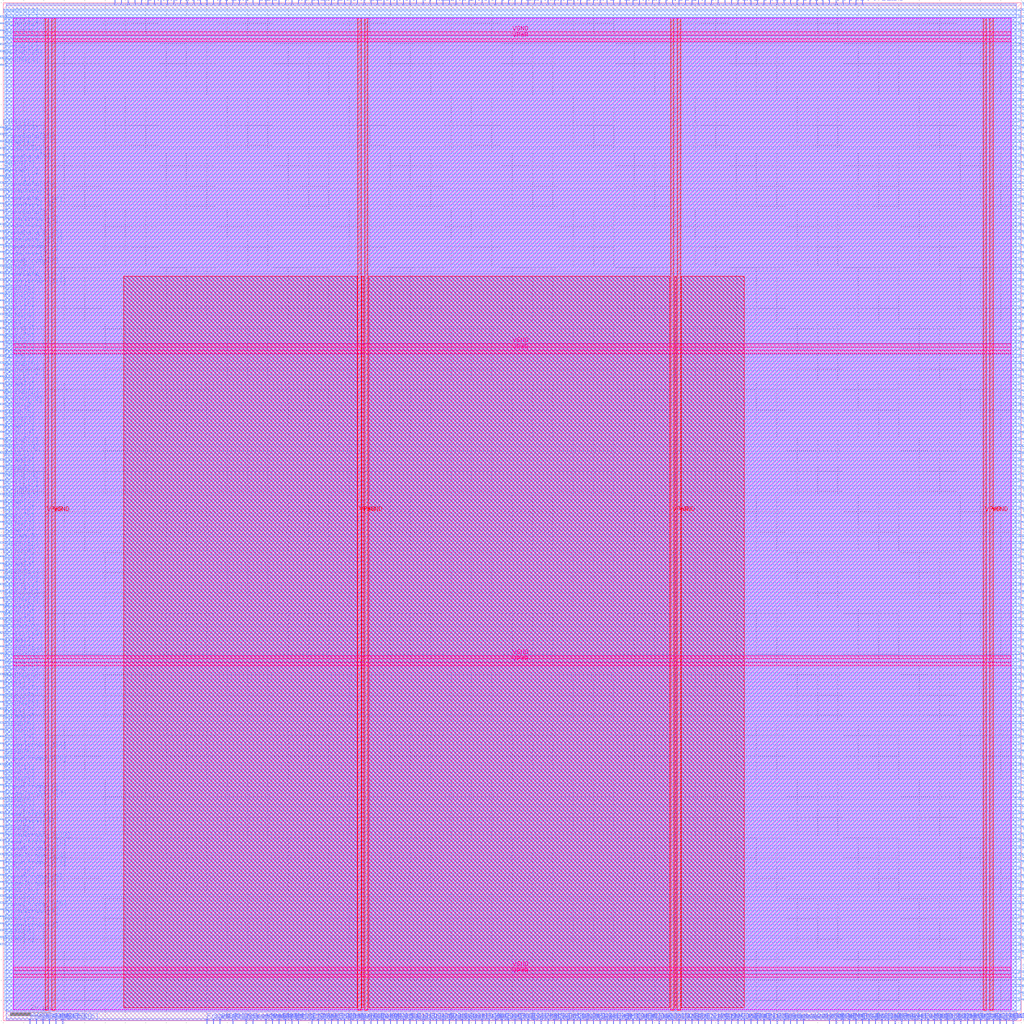
<source format=lef>
VERSION 5.7 ;
  NOWIREEXTENSIONATPIN ON ;
  DIVIDERCHAR "/" ;
  BUSBITCHARS "[]" ;
MACRO LUT4AB
  CLASS BLOCK ;
  FOREIGN LUT4AB ;
  ORIGIN 0.000 0.000 ;
  SIZE 500.000 BY 500.000 ;
  PIN Ci
    DIRECTION INPUT ;
    USE SIGNAL ;
    ANTENNAGATEAREA 0.742500 ;
    PORT
      LAYER met2 ;
        RECT 312.430 499.200 312.710 501.500 ;
    END
  END Ci
  PIN Co
    DIRECTION OUTPUT ;
    USE SIGNAL ;
    ANTENNADIFFAREA 0.445500 ;
    PORT
      LAYER met2 ;
        RECT 235.150 499.200 235.430 501.500 ;
    END
  END Co
  PIN E1BEG[0]
    DIRECTION OUTPUT ;
    USE SIGNAL ;
    ANTENNADIFFAREA 1.336500 ;
    PORT
      LAYER met2 ;
        RECT 296.330 499.200 296.610 501.500 ;
    END
  END E1BEG[0]
  PIN E1BEG[1]
    DIRECTION OUTPUT ;
    USE SIGNAL ;
    ANTENNADIFFAREA 0.445500 ;
    PORT
      LAYER met2 ;
        RECT 257.690 -1.500 257.970 0.800 ;
    END
  END E1BEG[1]
  PIN E1BEG[2]
    DIRECTION OUTPUT ;
    USE SIGNAL ;
    ANTENNADIFFAREA 1.782000 ;
    PORT
      LAYER met3 ;
        RECT -1.500 438.640 0.800 439.240 ;
    END
  END E1BEG[2]
  PIN E1BEG[3]
    DIRECTION OUTPUT ;
    USE SIGNAL ;
    ANTENNADIFFAREA 1.336500 ;
    PORT
      LAYER met2 ;
        RECT 206.170 499.200 206.450 501.500 ;
    END
  END E1BEG[3]
  PIN E1END[0]
    DIRECTION INPUT ;
    USE SIGNAL ;
    ANTENNAGATEAREA 0.247500 ;
    PORT
      LAYER met3 ;
        RECT -1.500 142.840 0.800 143.440 ;
    END
  END E1END[0]
  PIN E1END[1]
    DIRECTION INPUT ;
    USE SIGNAL ;
    ANTENNAGATEAREA 0.426000 ;
    PORT
      LAYER met2 ;
        RECT 141.770 -1.500 142.050 0.800 ;
    END
  END E1END[1]
  PIN E1END[2]
    DIRECTION INPUT ;
    USE SIGNAL ;
    ANTENNAGATEAREA 0.159000 ;
    PORT
      LAYER met3 ;
        RECT -1.500 37.440 0.800 38.040 ;
    END
  END E1END[2]
  PIN E1END[3]
    DIRECTION INPUT ;
    USE SIGNAL ;
    ANTENNAGATEAREA 0.126000 ;
    PORT
      LAYER met2 ;
        RECT 373.610 -1.500 373.890 0.800 ;
    END
  END E1END[3]
  PIN E2BEG[0]
    DIRECTION OUTPUT ;
    USE SIGNAL ;
    ANTENNADIFFAREA 1.782000 ;
    PORT
      LAYER met2 ;
        RECT 151.430 -1.500 151.710 0.800 ;
    END
  END E2BEG[0]
  PIN E2BEG[1]
    DIRECTION OUTPUT ;
    USE SIGNAL ;
    ANTENNADIFFAREA 1.782000 ;
    PORT
      LAYER met3 ;
        RECT -1.500 346.840 0.800 347.440 ;
    END
  END E2BEG[1]
  PIN E2BEG[2]
    DIRECTION OUTPUT ;
    USE SIGNAL ;
    ANTENNADIFFAREA 1.782000 ;
    PORT
      LAYER met3 ;
        RECT -1.500 340.040 0.800 340.640 ;
    END
  END E2BEG[2]
  PIN E2BEG[3]
    DIRECTION OUTPUT ;
    USE SIGNAL ;
    ANTENNADIFFAREA 0.445500 ;
    PORT
      LAYER met3 ;
        RECT 499.200 30.640 501.500 31.240 ;
    END
  END E2BEG[3]
  PIN E2BEG[4]
    DIRECTION OUTPUT ;
    USE SIGNAL ;
    ANTENNADIFFAREA 1.782000 ;
    PORT
      LAYER met2 ;
        RECT 312.430 -1.500 312.710 0.800 ;
    END
  END E2BEG[4]
  PIN E2BEG[5]
    DIRECTION OUTPUT ;
    USE SIGNAL ;
    ANTENNADIFFAREA 0.445500 ;
    PORT
      LAYER met2 ;
        RECT 280.230 -1.500 280.510 0.800 ;
    END
  END E2BEG[5]
  PIN E2BEG[6]
    DIRECTION OUTPUT ;
    USE SIGNAL ;
    ANTENNADIFFAREA 1.782000 ;
    PORT
      LAYER met2 ;
        RECT 363.950 -1.500 364.230 0.800 ;
    END
  END E2BEG[6]
  PIN E2BEG[7]
    DIRECTION OUTPUT ;
    USE SIGNAL ;
    ANTENNADIFFAREA 1.336500 ;
    PORT
      LAYER met3 ;
        RECT -1.500 163.240 0.800 163.840 ;
    END
  END E2BEG[7]
  PIN E2BEGb[0]
    DIRECTION OUTPUT ;
    USE SIGNAL ;
    ANTENNADIFFAREA 0.445500 ;
    PORT
      LAYER met2 ;
        RECT 293.110 499.200 293.390 501.500 ;
    END
  END E2BEGb[0]
  PIN E2BEGb[1]
    DIRECTION OUTPUT ;
    USE SIGNAL ;
    ANTENNADIFFAREA 0.445500 ;
    PORT
      LAYER met2 ;
        RECT 254.470 499.200 254.750 501.500 ;
    END
  END E2BEGb[1]
  PIN E2BEGb[2]
    DIRECTION OUTPUT ;
    USE SIGNAL ;
    ANTENNADIFFAREA 0.445500 ;
    PORT
      LAYER met3 ;
        RECT 499.200 265.240 501.500 265.840 ;
    END
  END E2BEGb[2]
  PIN E2BEGb[3]
    DIRECTION OUTPUT ;
    USE SIGNAL ;
    ANTENNADIFFAREA 0.445500 ;
    PORT
      LAYER met3 ;
        RECT 499.200 34.040 501.500 34.640 ;
    END
  END E2BEGb[3]
  PIN E2BEGb[4]
    DIRECTION OUTPUT ;
    USE SIGNAL ;
    ANTENNADIFFAREA 0.445500 ;
    PORT
      LAYER met2 ;
        RECT 277.010 -1.500 277.290 0.800 ;
    END
  END E2BEGb[4]
  PIN E2BEGb[5]
    DIRECTION OUTPUT ;
    USE SIGNAL ;
    ANTENNADIFFAREA 0.445500 ;
    PORT
      LAYER met3 ;
        RECT 499.200 85.040 501.500 85.640 ;
    END
  END E2BEGb[5]
  PIN E2BEGb[6]
    DIRECTION OUTPUT ;
    USE SIGNAL ;
    ANTENNADIFFAREA 0.445500 ;
    PORT
      LAYER met2 ;
        RECT 228.710 499.200 228.990 501.500 ;
    END
  END E2BEGb[6]
  PIN E2BEGb[7]
    DIRECTION OUTPUT ;
    USE SIGNAL ;
    ANTENNADIFFAREA 0.445500 ;
    PORT
      LAYER met2 ;
        RECT 54.830 499.200 55.110 501.500 ;
    END
  END E2BEGb[7]
  PIN E2END[0]
    DIRECTION INPUT ;
    USE SIGNAL ;
    ANTENNAGATEAREA 0.213000 ;
    PORT
      LAYER met3 ;
        RECT -1.500 119.040 0.800 119.640 ;
    END
  END E2END[0]
  PIN E2END[1]
    DIRECTION INPUT ;
    USE SIGNAL ;
    ANTENNAGATEAREA 0.213000 ;
    PORT
      LAYER met2 ;
        RECT 209.390 -1.500 209.670 0.800 ;
    END
  END E2END[1]
  PIN E2END[2]
    DIRECTION INPUT ;
    USE SIGNAL ;
    ANTENNAGATEAREA 0.159000 ;
    PORT
      LAYER met3 ;
        RECT -1.500 251.640 0.800 252.240 ;
    END
  END E2END[2]
  PIN E2END[3]
    DIRECTION INPUT ;
    USE SIGNAL ;
    ANTENNAGATEAREA 0.159000 ;
    PORT
      LAYER met3 ;
        RECT -1.500 309.440 0.800 310.040 ;
    END
  END E2END[3]
  PIN E2END[4]
    DIRECTION INPUT ;
    USE SIGNAL ;
    ANTENNAGATEAREA 0.213000 ;
    PORT
      LAYER met3 ;
        RECT -1.500 227.840 0.800 228.440 ;
    END
  END E2END[4]
  PIN E2END[5]
    DIRECTION INPUT ;
    USE SIGNAL ;
    ANTENNAGATEAREA 0.159000 ;
    PORT
      LAYER met2 ;
        RECT 315.650 -1.500 315.930 0.800 ;
    END
  END E2END[5]
  PIN E2END[6]
    DIRECTION INPUT ;
    USE SIGNAL ;
    ANTENNAGATEAREA 0.159000 ;
    PORT
      LAYER met3 ;
        RECT -1.500 91.840 0.800 92.440 ;
    END
  END E2END[6]
  PIN E2END[7]
    DIRECTION INPUT ;
    USE SIGNAL ;
    ANTENNAGATEAREA 0.159000 ;
    PORT
      LAYER met2 ;
        RECT 328.530 -1.500 328.810 0.800 ;
    END
  END E2END[7]
  PIN E2MID[0]
    DIRECTION INPUT ;
    USE SIGNAL ;
    ANTENNAGATEAREA 0.213000 ;
    PORT
      LAYER met2 ;
        RECT 264.130 499.200 264.410 501.500 ;
    END
  END E2MID[0]
  PIN E2MID[1]
    DIRECTION INPUT ;
    USE SIGNAL ;
    ANTENNAGATEAREA 0.196500 ;
    PORT
      LAYER met2 ;
        RECT 299.550 499.200 299.830 501.500 ;
    END
  END E2MID[1]
  PIN E2MID[2]
    DIRECTION INPUT ;
    USE SIGNAL ;
    ANTENNAGATEAREA 0.213000 ;
    PORT
      LAYER met3 ;
        RECT 499.200 37.440 501.500 38.040 ;
    END
  END E2MID[2]
  PIN E2MID[3]
    DIRECTION INPUT ;
    USE SIGNAL ;
    ANTENNAGATEAREA 0.213000 ;
    PORT
      LAYER met3 ;
        RECT 499.200 268.640 501.500 269.240 ;
    END
  END E2MID[3]
  PIN E2MID[4]
    DIRECTION INPUT ;
    USE SIGNAL ;
    ANTENNAGATEAREA 0.213000 ;
    PORT
      LAYER met2 ;
        RECT 302.770 -1.500 303.050 0.800 ;
    END
  END E2MID[4]
  PIN E2MID[5]
    DIRECTION INPUT ;
    USE SIGNAL ;
    ANTENNAGATEAREA 0.159000 ;
    PORT
      LAYER met3 ;
        RECT 499.200 119.040 501.500 119.640 ;
    END
  END E2MID[5]
  PIN E2MID[6]
    DIRECTION INPUT ;
    USE SIGNAL ;
    ANTENNAGATEAREA 0.213000 ;
    PORT
      LAYER met2 ;
        RECT 225.490 499.200 225.770 501.500 ;
    END
  END E2MID[6]
  PIN E2MID[7]
    DIRECTION INPUT ;
    USE SIGNAL ;
    ANTENNAGATEAREA 0.213000 ;
    PORT
      LAYER met2 ;
        RECT 151.430 499.200 151.710 501.500 ;
    END
  END E2MID[7]
  PIN E6BEG[0]
    DIRECTION OUTPUT ;
    USE SIGNAL ;
    ANTENNADIFFAREA 0.445500 ;
    PORT
      LAYER met3 ;
        RECT 499.200 312.840 501.500 313.440 ;
    END
  END E6BEG[0]
  PIN E6BEG[10]
    DIRECTION OUTPUT ;
    USE SIGNAL ;
    ANTENNADIFFAREA 0.891000 ;
    PORT
      LAYER met3 ;
        RECT 499.200 122.440 501.500 123.040 ;
    END
  END E6BEG[10]
  PIN E6BEG[11]
    DIRECTION OUTPUT ;
    USE SIGNAL ;
    ANTENNADIFFAREA 1.782000 ;
    PORT
      LAYER met3 ;
        RECT 499.200 200.640 501.500 201.240 ;
    END
  END E6BEG[11]
  PIN E6BEG[1]
    DIRECTION OUTPUT ;
    USE SIGNAL ;
    ANTENNADIFFAREA 0.445500 ;
    PORT
      LAYER met3 ;
        RECT 499.200 299.240 501.500 299.840 ;
    END
  END E6BEG[1]
  PIN E6BEG[2]
    DIRECTION OUTPUT ;
    USE SIGNAL ;
    ANTENNADIFFAREA 0.445500 ;
    PORT
      LAYER met2 ;
        RECT 170.750 499.200 171.030 501.500 ;
    END
  END E6BEG[2]
  PIN E6BEG[3]
    DIRECTION OUTPUT ;
    USE SIGNAL ;
    ANTENNADIFFAREA 0.445500 ;
    PORT
      LAYER met2 ;
        RECT 421.910 499.200 422.190 501.500 ;
    END
  END E6BEG[3]
  PIN E6BEG[4]
    DIRECTION OUTPUT ;
    USE SIGNAL ;
    ANTENNADIFFAREA 0.445500 ;
    PORT
      LAYER met3 ;
        RECT 499.200 78.240 501.500 78.840 ;
    END
  END E6BEG[4]
  PIN E6BEG[5]
    DIRECTION OUTPUT ;
    USE SIGNAL ;
    ANTENNADIFFAREA 0.445500 ;
    PORT
      LAYER met2 ;
        RECT 495.970 -1.500 496.250 0.800 ;
    END
  END E6BEG[5]
  PIN E6BEG[6]
    DIRECTION OUTPUT ;
    USE SIGNAL ;
    ANTENNADIFFAREA 0.445500 ;
    PORT
      LAYER met2 ;
        RECT 202.950 499.200 203.230 501.500 ;
    END
  END E6BEG[6]
  PIN E6BEG[7]
    DIRECTION OUTPUT ;
    USE SIGNAL ;
    ANTENNADIFFAREA 0.445500 ;
    PORT
      LAYER met2 ;
        RECT 170.750 -1.500 171.030 0.800 ;
    END
  END E6BEG[7]
  PIN E6BEG[8]
    DIRECTION OUTPUT ;
    USE SIGNAL ;
    ANTENNADIFFAREA 0.445500 ;
    PORT
      LAYER met3 ;
        RECT 499.200 357.040 501.500 357.640 ;
    END
  END E6BEG[8]
  PIN E6BEG[9]
    DIRECTION OUTPUT ;
    USE SIGNAL ;
    ANTENNADIFFAREA 0.445500 ;
    PORT
      LAYER met2 ;
        RECT 67.710 499.200 67.990 501.500 ;
    END
  END E6BEG[9]
  PIN E6END[0]
    DIRECTION INPUT ;
    USE SIGNAL ;
    ANTENNAGATEAREA 0.159000 ;
    PORT
      LAYER met3 ;
        RECT -1.500 329.840 0.800 330.440 ;
    END
  END E6END[0]
  PIN E6END[10]
    DIRECTION INPUT ;
    USE SIGNAL ;
    ANTENNAGATEAREA 0.631200 ;
    ANTENNADIFFAREA 0.434700 ;
    PORT
      LAYER met3 ;
        RECT 499.200 472.640 501.500 473.240 ;
    END
  END E6END[10]
  PIN E6END[11]
    DIRECTION INPUT ;
    USE SIGNAL ;
    ANTENNAGATEAREA 0.196500 ;
    PORT
      LAYER met2 ;
        RECT 74.150 499.200 74.430 501.500 ;
    END
  END E6END[11]
  PIN E6END[1]
    DIRECTION INPUT ;
    USE SIGNAL ;
    ANTENNAGATEAREA 0.159000 ;
    PORT
      LAYER met3 ;
        RECT -1.500 115.640 0.800 116.240 ;
    END
  END E6END[1]
  PIN E6END[2]
    DIRECTION INPUT ;
    USE SIGNAL ;
    ANTENNAGATEAREA 0.213000 ;
    PORT
      LAYER met3 ;
        RECT 499.200 459.040 501.500 459.640 ;
    END
  END E6END[2]
  PIN E6END[3]
    DIRECTION INPUT ;
    USE SIGNAL ;
    ANTENNAGATEAREA 0.196500 ;
    PORT
      LAYER met3 ;
        RECT 499.200 302.640 501.500 303.240 ;
    END
  END E6END[3]
  PIN E6END[4]
    DIRECTION INPUT ;
    USE SIGNAL ;
    ANTENNAGATEAREA 0.196500 ;
    PORT
      LAYER met2 ;
        RECT 183.630 499.200 183.910 501.500 ;
    END
  END E6END[4]
  PIN E6END[5]
    DIRECTION INPUT ;
    USE SIGNAL ;
    ANTENNAGATEAREA 0.196500 ;
    PORT
      LAYER met2 ;
        RECT 354.290 499.200 354.570 501.500 ;
    END
  END E6END[5]
  PIN E6END[6]
    DIRECTION INPUT ;
    USE SIGNAL ;
    ANTENNAGATEAREA 0.213000 ;
    PORT
      LAYER met3 ;
        RECT 499.200 234.640 501.500 235.240 ;
    END
  END E6END[6]
  PIN E6END[7]
    DIRECTION INPUT ;
    USE SIGNAL ;
    ANTENNAGATEAREA 0.196500 ;
    PORT
      LAYER met2 ;
        RECT 476.650 -1.500 476.930 0.800 ;
    END
  END E6END[7]
  PIN E6END[8]
    DIRECTION INPUT ;
    USE SIGNAL ;
    ANTENNAGATEAREA 0.196500 ;
    PORT
      LAYER met2 ;
        RECT 173.970 499.200 174.250 501.500 ;
    END
  END E6END[8]
  PIN E6END[9]
    DIRECTION INPUT ;
    USE SIGNAL ;
    ANTENNAGATEAREA 0.196500 ;
    PORT
      LAYER met2 ;
        RECT 215.830 -1.500 216.110 0.800 ;
    END
  END E6END[9]
  PIN EE4BEG[0]
    DIRECTION OUTPUT ;
    USE SIGNAL ;
    ANTENNADIFFAREA 0.445500 ;
    PORT
      LAYER met2 ;
        RECT 25.850 -1.500 26.130 0.800 ;
    END
  END EE4BEG[0]
  PIN EE4BEG[10]
    DIRECTION OUTPUT ;
    USE SIGNAL ;
    ANTENNADIFFAREA 0.445500 ;
    PORT
      LAYER met2 ;
        RECT 164.310 -1.500 164.590 0.800 ;
    END
  END EE4BEG[10]
  PIN EE4BEG[11]
    DIRECTION OUTPUT ;
    USE SIGNAL ;
    ANTENNADIFFAREA 0.445500 ;
    PORT
      LAYER met2 ;
        RECT 280.230 499.200 280.510 501.500 ;
    END
  END EE4BEG[11]
  PIN EE4BEG[12]
    DIRECTION OUTPUT ;
    USE SIGNAL ;
    ANTENNADIFFAREA 1.782000 ;
    PORT
      LAYER met2 ;
        RECT 235.150 -1.500 235.430 0.800 ;
    END
  END EE4BEG[12]
  PIN EE4BEG[13]
    DIRECTION OUTPUT ;
    USE SIGNAL ;
    ANTENNADIFFAREA 1.782000 ;
    PORT
      LAYER met2 ;
        RECT 322.090 -1.500 322.370 0.800 ;
    END
  END EE4BEG[13]
  PIN EE4BEG[14]
    DIRECTION OUTPUT ;
    USE SIGNAL ;
    ANTENNADIFFAREA 1.782000 ;
    PORT
      LAYER met3 ;
        RECT -1.500 187.040 0.800 187.640 ;
    END
  END EE4BEG[14]
  PIN EE4BEG[15]
    DIRECTION OUTPUT ;
    USE SIGNAL ;
    ANTENNADIFFAREA 1.782000 ;
    PORT
      LAYER met2 ;
        RECT 309.210 -1.500 309.490 0.800 ;
    END
  END EE4BEG[15]
  PIN EE4BEG[1]
    DIRECTION OUTPUT ;
    USE SIGNAL ;
    ANTENNADIFFAREA 0.445500 ;
    PORT
      LAYER met3 ;
        RECT 499.200 442.040 501.500 442.640 ;
    END
  END EE4BEG[1]
  PIN EE4BEG[2]
    DIRECTION OUTPUT ;
    USE SIGNAL ;
    ANTENNADIFFAREA 0.445500 ;
    PORT
      LAYER met3 ;
        RECT 499.200 479.440 501.500 480.040 ;
    END
  END EE4BEG[2]
  PIN EE4BEG[3]
    DIRECTION OUTPUT ;
    USE SIGNAL ;
    ANTENNADIFFAREA 0.445500 ;
    PORT
      LAYER met3 ;
        RECT -1.500 261.840 0.800 262.440 ;
    END
  END EE4BEG[3]
  PIN EE4BEG[4]
    DIRECTION OUTPUT ;
    USE SIGNAL ;
    ANTENNADIFFAREA 0.445500 ;
    PORT
      LAYER met3 ;
        RECT 499.200 482.840 501.500 483.440 ;
    END
  END EE4BEG[4]
  PIN EE4BEG[5]
    DIRECTION OUTPUT ;
    USE SIGNAL ;
    ANTENNADIFFAREA 0.445500 ;
    PORT
      LAYER met3 ;
        RECT 499.200 10.240 501.500 10.840 ;
    END
  END EE4BEG[5]
  PIN EE4BEG[6]
    DIRECTION OUTPUT ;
    USE SIGNAL ;
    ANTENNADIFFAREA 0.445500 ;
    PORT
      LAYER met2 ;
        RECT 463.770 -1.500 464.050 0.800 ;
    END
  END EE4BEG[6]
  PIN EE4BEG[7]
    DIRECTION OUTPUT ;
    USE SIGNAL ;
    ANTENNADIFFAREA 0.445500 ;
    PORT
      LAYER met3 ;
        RECT 499.200 278.840 501.500 279.440 ;
    END
  END EE4BEG[7]
  PIN EE4BEG[8]
    DIRECTION OUTPUT ;
    USE SIGNAL ;
    ANTENNADIFFAREA 0.445500 ;
    PORT
      LAYER met3 ;
        RECT 499.200 136.040 501.500 136.640 ;
    END
  END EE4BEG[8]
  PIN EE4BEG[9]
    DIRECTION OUTPUT ;
    USE SIGNAL ;
    ANTENNADIFFAREA 0.445500 ;
    PORT
      LAYER met2 ;
        RECT 405.810 -1.500 406.090 0.800 ;
    END
  END EE4BEG[9]
  PIN EE4END[0]
    DIRECTION INPUT ;
    USE SIGNAL ;
    ANTENNAGATEAREA 0.159000 ;
    PORT
      LAYER met3 ;
        RECT -1.500 159.840 0.800 160.440 ;
    END
  END EE4END[0]
  PIN EE4END[10]
    DIRECTION INPUT ;
    USE SIGNAL ;
    ANTENNAGATEAREA 0.196500 ;
    PORT
      LAYER met2 ;
        RECT 450.890 -1.500 451.170 0.800 ;
    END
  END EE4END[10]
  PIN EE4END[11]
    DIRECTION INPUT ;
    USE SIGNAL ;
    ANTENNAGATEAREA 0.196500 ;
    PORT
      LAYER met3 ;
        RECT 499.200 292.440 501.500 293.040 ;
    END
  END EE4END[11]
  PIN EE4END[12]
    DIRECTION INPUT ;
    USE SIGNAL ;
    ANTENNAGATEAREA 0.196500 ;
    PORT
      LAYER met3 ;
        RECT 499.200 142.840 501.500 143.440 ;
    END
  END EE4END[12]
  PIN EE4END[13]
    DIRECTION INPUT ;
    USE SIGNAL ;
    ANTENNAGATEAREA 0.196500 ;
    PORT
      LAYER met2 ;
        RECT 421.910 -1.500 422.190 0.800 ;
    END
  END EE4END[13]
  PIN EE4END[14]
    DIRECTION INPUT ;
    USE SIGNAL ;
    ANTENNAGATEAREA 0.196500 ;
    PORT
      LAYER met2 ;
        RECT 167.530 -1.500 167.810 0.800 ;
    END
  END EE4END[14]
  PIN EE4END[15]
    DIRECTION INPUT ;
    USE SIGNAL ;
    ANTENNAGATEAREA 0.196500 ;
    PORT
      LAYER met2 ;
        RECT 286.670 499.200 286.950 501.500 ;
    END
  END EE4END[15]
  PIN EE4END[1]
    DIRECTION INPUT ;
    USE SIGNAL ;
    ANTENNAGATEAREA 0.159000 ;
    PORT
      LAYER met3 ;
        RECT -1.500 153.040 0.800 153.640 ;
    END
  END EE4END[1]
  PIN EE4END[2]
    DIRECTION INPUT ;
    USE SIGNAL ;
    ANTENNAGATEAREA 0.159000 ;
    PORT
      LAYER met3 ;
        RECT -1.500 190.440 0.800 191.040 ;
    END
  END EE4END[2]
  PIN EE4END[3]
    DIRECTION INPUT ;
    USE SIGNAL ;
    ANTENNAGATEAREA 0.159000 ;
    PORT
      LAYER met3 ;
        RECT -1.500 204.040 0.800 204.640 ;
    END
  END EE4END[3]
  PIN EE4END[4]
    DIRECTION INPUT ;
    USE SIGNAL ;
    ANTENNAGATEAREA 0.196500 ;
    PORT
      LAYER met2 ;
        RECT 19.410 -1.500 19.690 0.800 ;
    END
  END EE4END[4]
  PIN EE4END[5]
    DIRECTION INPUT ;
    USE SIGNAL ;
    ANTENNAGATEAREA 0.196500 ;
    PORT
      LAYER met3 ;
        RECT 499.200 445.440 501.500 446.040 ;
    END
  END EE4END[5]
  PIN EE4END[6]
    DIRECTION INPUT ;
    USE SIGNAL ;
    ANTENNAGATEAREA 0.196500 ;
    PORT
      LAYER met3 ;
        RECT 499.200 476.040 501.500 476.640 ;
    END
  END EE4END[6]
  PIN EE4END[7]
    DIRECTION INPUT ;
    USE SIGNAL ;
    ANTENNAGATEAREA 0.196500 ;
    PORT
      LAYER met3 ;
        RECT -1.500 258.440 0.800 259.040 ;
    END
  END EE4END[7]
  PIN EE4END[8]
    DIRECTION INPUT ;
    USE SIGNAL ;
    ANTENNAGATEAREA 0.196500 ;
    PORT
      LAYER met3 ;
        RECT 499.200 469.240 501.500 469.840 ;
    END
  END EE4END[8]
  PIN EE4END[9]
    DIRECTION INPUT ;
    USE SIGNAL ;
    ANTENNAGATEAREA 0.196500 ;
    PORT
      LAYER met2 ;
        RECT 489.530 -1.500 489.810 0.800 ;
    END
  END EE4END[9]
  PIN FrameData[0]
    DIRECTION INPUT ;
    USE SIGNAL ;
    ANTENNAGATEAREA 0.126000 ;
    PORT
      LAYER met3 ;
        RECT 499.200 47.640 501.500 48.240 ;
    END
  END FrameData[0]
  PIN FrameData[10]
    DIRECTION INPUT ;
    USE SIGNAL ;
    ANTENNAGATEAREA 0.213000 ;
    PORT
      LAYER met3 ;
        RECT -1.500 431.840 0.800 432.440 ;
    END
  END FrameData[10]
  PIN FrameData[11]
    DIRECTION INPUT ;
    USE SIGNAL ;
    ANTENNAGATEAREA 0.213000 ;
    PORT
      LAYER met2 ;
        RECT 70.930 499.200 71.210 501.500 ;
    END
  END FrameData[11]
  PIN FrameData[12]
    DIRECTION INPUT ;
    USE SIGNAL ;
    ANTENNAGATEAREA 0.159000 ;
    PORT
      LAYER met2 ;
        RECT 80.590 499.200 80.870 501.500 ;
    END
  END FrameData[12]
  PIN FrameData[13]
    DIRECTION INPUT ;
    USE SIGNAL ;
    ANTENNAGATEAREA 0.213000 ;
    PORT
      LAYER met2 ;
        RECT 99.910 -1.500 100.190 0.800 ;
    END
  END FrameData[13]
  PIN FrameData[14]
    DIRECTION INPUT ;
    USE SIGNAL ;
    ANTENNAGATEAREA 0.196500 ;
    PORT
      LAYER met2 ;
        RECT 119.230 -1.500 119.510 0.800 ;
    END
  END FrameData[14]
  PIN FrameData[15]
    DIRECTION INPUT ;
    USE SIGNAL ;
    ANTENNAGATEAREA 0.213000 ;
    PORT
      LAYER met2 ;
        RECT 122.450 -1.500 122.730 0.800 ;
    END
  END FrameData[15]
  PIN FrameData[16]
    DIRECTION INPUT ;
    USE SIGNAL ;
    ANTENNAGATEAREA 0.213000 ;
    PORT
      LAYER met3 ;
        RECT -1.500 408.040 0.800 408.640 ;
    END
  END FrameData[16]
  PIN FrameData[17]
    DIRECTION INPUT ;
    USE SIGNAL ;
    ANTENNAGATEAREA 0.196500 ;
    PORT
      LAYER met3 ;
        RECT -1.500 394.440 0.800 395.040 ;
    END
  END FrameData[17]
  PIN FrameData[18]
    DIRECTION INPUT ;
    USE SIGNAL ;
    ANTENNAGATEAREA 0.126000 ;
    PORT
      LAYER met3 ;
        RECT -1.500 387.640 0.800 388.240 ;
    END
  END FrameData[18]
  PIN FrameData[19]
    DIRECTION INPUT ;
    USE SIGNAL ;
    ANTENNAGATEAREA 0.213000 ;
    PORT
      LAYER met3 ;
        RECT -1.500 397.840 0.800 398.440 ;
    END
  END FrameData[19]
  PIN FrameData[1]
    DIRECTION INPUT ;
    USE SIGNAL ;
    ANTENNAGATEAREA 0.196500 ;
    PORT
      LAYER met2 ;
        RECT 415.470 499.200 415.750 501.500 ;
    END
  END FrameData[1]
  PIN FrameData[20]
    DIRECTION INPUT ;
    USE SIGNAL ;
    ANTENNAGATEAREA 0.213000 ;
    PORT
      LAYER met2 ;
        RECT 112.790 -1.500 113.070 0.800 ;
    END
  END FrameData[20]
  PIN FrameData[21]
    DIRECTION INPUT ;
    USE SIGNAL ;
    ANTENNAGATEAREA 0.196500 ;
    PORT
      LAYER met2 ;
        RECT 392.930 -1.500 393.210 0.800 ;
    END
  END FrameData[21]
  PIN FrameData[22]
    DIRECTION INPUT ;
    USE SIGNAL ;
    ANTENNAGATEAREA 0.159000 ;
    PORT
      LAYER met2 ;
        RECT 380.050 -1.500 380.330 0.800 ;
    END
  END FrameData[22]
  PIN FrameData[23]
    DIRECTION INPUT ;
    USE SIGNAL ;
    ANTENNAGATEAREA 0.213000 ;
    PORT
      LAYER met3 ;
        RECT -1.500 95.240 0.800 95.840 ;
    END
  END FrameData[23]
  PIN FrameData[24]
    DIRECTION INPUT ;
    USE SIGNAL ;
    ANTENNAGATEAREA 0.213000 ;
    PORT
      LAYER met2 ;
        RECT 138.550 -1.500 138.830 0.800 ;
    END
  END FrameData[24]
  PIN FrameData[25]
    DIRECTION INPUT ;
    USE SIGNAL ;
    ANTENNAGATEAREA 0.213000 ;
    PORT
      LAYER met3 ;
        RECT 499.200 98.640 501.500 99.240 ;
    END
  END FrameData[25]
  PIN FrameData[26]
    DIRECTION INPUT ;
    USE SIGNAL ;
    ANTENNAGATEAREA 0.196500 ;
    PORT
      LAYER met3 ;
        RECT 499.200 54.440 501.500 55.040 ;
    END
  END FrameData[26]
  PIN FrameData[27]
    DIRECTION INPUT ;
    USE SIGNAL ;
    ANTENNAGATEAREA 0.126000 ;
    PORT
      LAYER met3 ;
        RECT 499.200 102.040 501.500 102.640 ;
    END
  END FrameData[27]
  PIN FrameData[28]
    DIRECTION INPUT ;
    USE SIGNAL ;
    ANTENNAGATEAREA 0.126000 ;
    PORT
      LAYER met3 ;
        RECT 499.200 40.840 501.500 41.440 ;
    END
  END FrameData[28]
  PIN FrameData[29]
    DIRECTION INPUT ;
    USE SIGNAL ;
    ANTENNAGATEAREA 0.196500 ;
    PORT
      LAYER met3 ;
        RECT 499.200 108.840 501.500 109.440 ;
    END
  END FrameData[29]
  PIN FrameData[2]
    DIRECTION INPUT ;
    USE SIGNAL ;
    ANTENNAGATEAREA 0.213000 ;
    PORT
      LAYER met3 ;
        RECT -1.500 404.640 0.800 405.240 ;
    END
  END FrameData[2]
  PIN FrameData[30]
    DIRECTION INPUT ;
    USE SIGNAL ;
    ANTENNAGATEAREA 0.196500 ;
    PORT
      LAYER met3 ;
        RECT -1.500 374.040 0.800 374.640 ;
    END
  END FrameData[30]
  PIN FrameData[31]
    DIRECTION INPUT ;
    USE SIGNAL ;
    ANTENNAGATEAREA 0.196500 ;
    PORT
      LAYER met2 ;
        RECT 344.630 499.200 344.910 501.500 ;
    END
  END FrameData[31]
  PIN FrameData[3]
    DIRECTION INPUT ;
    USE SIGNAL ;
    ANTENNAGATEAREA 0.159000 ;
    PORT
      LAYER met2 ;
        RECT 360.730 499.200 361.010 501.500 ;
    END
  END FrameData[3]
  PIN FrameData[4]
    DIRECTION INPUT ;
    USE SIGNAL ;
    ANTENNAGATEAREA 0.213000 ;
    PORT
      LAYER met2 ;
        RECT 90.250 499.200 90.530 501.500 ;
    END
  END FrameData[4]
  PIN FrameData[5]
    DIRECTION INPUT ;
    USE SIGNAL ;
    ANTENNAGATEAREA 0.213000 ;
    PORT
      LAYER met2 ;
        RECT 109.570 499.200 109.850 501.500 ;
    END
  END FrameData[5]
  PIN FrameData[6]
    DIRECTION INPUT ;
    USE SIGNAL ;
    ANTENNAGATEAREA 0.196500 ;
    PORT
      LAYER met2 ;
        RECT 418.690 499.200 418.970 501.500 ;
    END
  END FrameData[6]
  PIN FrameData[7]
    DIRECTION INPUT ;
    USE SIGNAL ;
    ANTENNAGATEAREA 0.213000 ;
    PORT
      LAYER met3 ;
        RECT -1.500 425.040 0.800 425.640 ;
    END
  END FrameData[7]
  PIN FrameData[8]
    DIRECTION INPUT ;
    USE SIGNAL ;
    ANTENNAGATEAREA 0.213000 ;
    PORT
      LAYER met2 ;
        RECT 77.370 499.200 77.650 501.500 ;
    END
  END FrameData[8]
  PIN FrameData[9]
    DIRECTION INPUT ;
    USE SIGNAL ;
    ANTENNAGATEAREA 0.213000 ;
    PORT
      LAYER met3 ;
        RECT -1.500 421.640 0.800 422.240 ;
    END
  END FrameData[9]
  PIN FrameData_O[0]
    DIRECTION OUTPUT ;
    USE SIGNAL ;
    ANTENNADIFFAREA 0.445500 ;
    PORT
      LAYER met3 ;
        RECT 499.200 197.240 501.500 197.840 ;
    END
  END FrameData_O[0]
  PIN FrameData_O[10]
    DIRECTION OUTPUT ;
    USE SIGNAL ;
    ANTENNADIFFAREA 0.445500 ;
    PORT
      LAYER met2 ;
        RECT 83.810 499.200 84.090 501.500 ;
    END
  END FrameData_O[10]
  PIN FrameData_O[11]
    DIRECTION OUTPUT ;
    USE SIGNAL ;
    ANTENNADIFFAREA 0.445500 ;
    PORT
      LAYER met2 ;
        RECT 87.030 499.200 87.310 501.500 ;
    END
  END FrameData_O[11]
  PIN FrameData_O[12]
    DIRECTION OUTPUT ;
    USE SIGNAL ;
    ANTENNADIFFAREA 0.445500 ;
    PORT
      LAYER met2 ;
        RECT 64.490 499.200 64.770 501.500 ;
    END
  END FrameData_O[12]
  PIN FrameData_O[13]
    DIRECTION OUTPUT ;
    USE SIGNAL ;
    ANTENNADIFFAREA 0.445500 ;
    PORT
      LAYER met3 ;
        RECT -1.500 380.840 0.800 381.440 ;
    END
  END FrameData_O[13]
  PIN FrameData_O[14]
    DIRECTION OUTPUT ;
    USE SIGNAL ;
    ANTENNADIFFAREA 0.445500 ;
    PORT
      LAYER met2 ;
        RECT 125.670 499.200 125.950 501.500 ;
    END
  END FrameData_O[14]
  PIN FrameData_O[15]
    DIRECTION OUTPUT ;
    USE SIGNAL ;
    ANTENNADIFFAREA 0.445500 ;
    PORT
      LAYER met2 ;
        RECT 341.410 499.200 341.690 501.500 ;
    END
  END FrameData_O[15]
  PIN FrameData_O[16]
    DIRECTION OUTPUT ;
    USE SIGNAL ;
    ANTENNADIFFAREA 0.445500 ;
    PORT
      LAYER met3 ;
        RECT -1.500 401.240 0.800 401.840 ;
    END
  END FrameData_O[16]
  PIN FrameData_O[17]
    DIRECTION OUTPUT ;
    USE SIGNAL ;
    ANTENNADIFFAREA 0.445500 ;
    PORT
      LAYER met3 ;
        RECT -1.500 384.240 0.800 384.840 ;
    END
  END FrameData_O[17]
  PIN FrameData_O[18]
    DIRECTION OUTPUT ;
    USE SIGNAL ;
    ANTENNADIFFAREA 0.445500 ;
    PORT
      LAYER met2 ;
        RECT 373.610 499.200 373.890 501.500 ;
    END
  END FrameData_O[18]
  PIN FrameData_O[19]
    DIRECTION OUTPUT ;
    USE SIGNAL ;
    ANTENNADIFFAREA 0.445500 ;
    PORT
      LAYER met2 ;
        RECT 376.830 499.200 377.110 501.500 ;
    END
  END FrameData_O[19]
  PIN FrameData_O[1]
    DIRECTION OUTPUT ;
    USE SIGNAL ;
    ANTENNADIFFAREA 0.445500 ;
    PORT
      LAYER met2 ;
        RECT 363.950 499.200 364.230 501.500 ;
    END
  END FrameData_O[1]
  PIN FrameData_O[20]
    DIRECTION OUTPUT ;
    USE SIGNAL ;
    ANTENNADIFFAREA 0.445500 ;
    PORT
      LAYER met2 ;
        RECT 389.710 -1.500 389.990 0.800 ;
    END
  END FrameData_O[20]
  PIN FrameData_O[21]
    DIRECTION OUTPUT ;
    USE SIGNAL ;
    ANTENNADIFFAREA 0.445500 ;
    PORT
      LAYER met3 ;
        RECT 499.200 183.640 501.500 184.240 ;
    END
  END FrameData_O[21]
  PIN FrameData_O[22]
    DIRECTION OUTPUT ;
    USE SIGNAL ;
    ANTENNADIFFAREA 0.445500 ;
    PORT
      LAYER met2 ;
        RECT 386.490 -1.500 386.770 0.800 ;
    END
  END FrameData_O[22]
  PIN FrameData_O[23]
    DIRECTION OUTPUT ;
    USE SIGNAL ;
    ANTENNADIFFAREA 0.445500 ;
    PORT
      LAYER met3 ;
        RECT 499.200 105.440 501.500 106.040 ;
    END
  END FrameData_O[23]
  PIN FrameData_O[24]
    DIRECTION OUTPUT ;
    USE SIGNAL ;
    ANTENNADIFFAREA 0.445500 ;
    PORT
      LAYER met2 ;
        RECT 383.270 -1.500 383.550 0.800 ;
    END
  END FrameData_O[24]
  PIN FrameData_O[25]
    DIRECTION OUTPUT ;
    USE SIGNAL ;
    ANTENNADIFFAREA 0.445500 ;
    PORT
      LAYER met3 ;
        RECT 499.200 350.240 501.500 350.840 ;
    END
  END FrameData_O[25]
  PIN FrameData_O[26]
    DIRECTION OUTPUT ;
    USE SIGNAL ;
    ANTENNADIFFAREA 0.445500 ;
    PORT
      LAYER met3 ;
        RECT 499.200 64.640 501.500 65.240 ;
    END
  END FrameData_O[26]
  PIN FrameData_O[27]
    DIRECTION OUTPUT ;
    USE SIGNAL ;
    ANTENNADIFFAREA 0.445500 ;
    PORT
      LAYER met3 ;
        RECT 499.200 214.240 501.500 214.840 ;
    END
  END FrameData_O[27]
  PIN FrameData_O[28]
    DIRECTION OUTPUT ;
    USE SIGNAL ;
    ANTENNADIFFAREA 0.445500 ;
    PORT
      LAYER met3 ;
        RECT 499.200 190.440 501.500 191.040 ;
    END
  END FrameData_O[28]
  PIN FrameData_O[29]
    DIRECTION OUTPUT ;
    USE SIGNAL ;
    ANTENNADIFFAREA 0.445500 ;
    PORT
      LAYER met3 ;
        RECT 499.200 187.040 501.500 187.640 ;
    END
  END FrameData_O[29]
  PIN FrameData_O[2]
    DIRECTION OUTPUT ;
    USE SIGNAL ;
    ANTENNADIFFAREA 0.445500 ;
    PORT
      LAYER met3 ;
        RECT 499.200 156.440 501.500 157.040 ;
    END
  END FrameData_O[2]
  PIN FrameData_O[30]
    DIRECTION OUTPUT ;
    USE SIGNAL ;
    ANTENNADIFFAREA 0.445500 ;
    PORT
      LAYER met3 ;
        RECT -1.500 363.840 0.800 364.440 ;
    END
  END FrameData_O[30]
  PIN FrameData_O[31]
    DIRECTION OUTPUT ;
    USE SIGNAL ;
    ANTENNADIFFAREA 0.445500 ;
    PORT
      LAYER met2 ;
        RECT 190.070 499.200 190.350 501.500 ;
    END
  END FrameData_O[31]
  PIN FrameData_O[3]
    DIRECTION OUTPUT ;
    USE SIGNAL ;
    ANTENNADIFFAREA 0.445500 ;
    PORT
      LAYER met3 ;
        RECT 499.200 272.040 501.500 272.640 ;
    END
  END FrameData_O[3]
  PIN FrameData_O[4]
    DIRECTION OUTPUT ;
    USE SIGNAL ;
    ANTENNADIFFAREA 0.445500 ;
    PORT
      LAYER met2 ;
        RECT 357.510 499.200 357.790 501.500 ;
    END
  END FrameData_O[4]
  PIN FrameData_O[5]
    DIRECTION OUTPUT ;
    USE SIGNAL ;
    ANTENNADIFFAREA 0.445500 ;
    PORT
      LAYER met2 ;
        RECT 347.850 499.200 348.130 501.500 ;
    END
  END FrameData_O[5]
  PIN FrameData_O[6]
    DIRECTION OUTPUT ;
    USE SIGNAL ;
    ANTENNADIFFAREA 0.445500 ;
    PORT
      LAYER met2 ;
        RECT 351.070 499.200 351.350 501.500 ;
    END
  END FrameData_O[6]
  PIN FrameData_O[7]
    DIRECTION OUTPUT ;
    USE SIGNAL ;
    ANTENNADIFFAREA 0.445500 ;
    PORT
      LAYER met2 ;
        RECT 93.470 499.200 93.750 501.500 ;
    END
  END FrameData_O[7]
  PIN FrameData_O[8]
    DIRECTION OUTPUT ;
    USE SIGNAL ;
    ANTENNADIFFAREA 0.445500 ;
    PORT
      LAYER met2 ;
        RECT 122.450 499.200 122.730 501.500 ;
    END
  END FrameData_O[8]
  PIN FrameData_O[9]
    DIRECTION OUTPUT ;
    USE SIGNAL ;
    ANTENNADIFFAREA 0.445500 ;
    PORT
      LAYER met2 ;
        RECT 58.050 499.200 58.330 501.500 ;
    END
  END FrameData_O[9]
  PIN FrameStrobe[0]
    DIRECTION INPUT ;
    USE SIGNAL ;
    ANTENNAGATEAREA 0.196500 ;
    PORT
      LAYER met3 ;
        RECT -1.500 64.640 0.800 65.240 ;
    END
  END FrameStrobe[0]
  PIN FrameStrobe[10]
    DIRECTION INPUT ;
    USE SIGNAL ;
    ANTENNAGATEAREA 0.213000 ;
    PORT
      LAYER met2 ;
        RECT 338.190 499.200 338.470 501.500 ;
    END
  END FrameStrobe[10]
  PIN FrameStrobe[11]
    DIRECTION INPUT ;
    USE SIGNAL ;
    ANTENNAGATEAREA 0.196500 ;
    PORT
      LAYER met2 ;
        RECT 128.890 499.200 129.170 501.500 ;
    END
  END FrameStrobe[11]
  PIN FrameStrobe[12]
    DIRECTION INPUT ;
    USE SIGNAL ;
    ANTENNAGATEAREA 0.196500 ;
    PORT
      LAYER met2 ;
        RECT 154.650 499.200 154.930 501.500 ;
    END
  END FrameStrobe[12]
  PIN FrameStrobe[13]
    DIRECTION INPUT ;
    USE SIGNAL ;
    ANTENNAGATEAREA 0.126000 ;
    PORT
      LAYER met2 ;
        RECT 334.970 499.200 335.250 501.500 ;
    END
  END FrameStrobe[13]
  PIN FrameStrobe[14]
    DIRECTION INPUT ;
    USE SIGNAL ;
    ANTENNAGATEAREA 0.196500 ;
    PORT
      LAYER met2 ;
        RECT 370.390 499.200 370.670 501.500 ;
    END
  END FrameStrobe[14]
  PIN FrameStrobe[15]
    DIRECTION INPUT ;
    USE SIGNAL ;
    ANTENNAGATEAREA 0.213000 ;
    PORT
      LAYER met2 ;
        RECT 412.250 499.200 412.530 501.500 ;
    END
  END FrameStrobe[15]
  PIN FrameStrobe[16]
    DIRECTION INPUT ;
    USE SIGNAL ;
    ANTENNAGATEAREA 0.196500 ;
    PORT
      LAYER met2 ;
        RECT 399.370 499.200 399.650 501.500 ;
    END
  END FrameStrobe[16]
  PIN FrameStrobe[17]
    DIRECTION INPUT ;
    USE SIGNAL ;
    ANTENNAGATEAREA 0.126000 ;
    PORT
      LAYER met2 ;
        RECT 396.150 499.200 396.430 501.500 ;
    END
  END FrameStrobe[17]
  PIN FrameStrobe[18]
    DIRECTION INPUT ;
    USE SIGNAL ;
    ANTENNAGATEAREA 0.213000 ;
    PORT
      LAYER met2 ;
        RECT 392.930 499.200 393.210 501.500 ;
    END
  END FrameStrobe[18]
  PIN FrameStrobe[19]
    DIRECTION INPUT ;
    USE SIGNAL ;
    ANTENNAGATEAREA 0.196500 ;
    PORT
      LAYER met3 ;
        RECT -1.500 68.040 0.800 68.640 ;
    END
  END FrameStrobe[19]
  PIN FrameStrobe[1]
    DIRECTION INPUT ;
    USE SIGNAL ;
    ANTENNAGATEAREA 0.159000 ;
    PORT
      LAYER met3 ;
        RECT -1.500 81.640 0.800 82.240 ;
    END
  END FrameStrobe[1]
  PIN FrameStrobe[2]
    DIRECTION INPUT ;
    USE SIGNAL ;
    ANTENNAGATEAREA 0.196500 ;
    PORT
      LAYER met3 ;
        RECT -1.500 44.240 0.800 44.840 ;
    END
  END FrameStrobe[2]
  PIN FrameStrobe[3]
    DIRECTION INPUT ;
    USE SIGNAL ;
    ANTENNAGATEAREA 0.196500 ;
    PORT
      LAYER met3 ;
        RECT -1.500 98.640 0.800 99.240 ;
    END
  END FrameStrobe[3]
  PIN FrameStrobe[4]
    DIRECTION INPUT ;
    USE SIGNAL ;
    ANTENNAGATEAREA 0.196500 ;
    PORT
      LAYER met3 ;
        RECT -1.500 51.040 0.800 51.640 ;
    END
  END FrameStrobe[4]
  PIN FrameStrobe[5]
    DIRECTION INPUT ;
    USE SIGNAL ;
    ANTENNAGATEAREA 0.213000 ;
    PORT
      LAYER met3 ;
        RECT -1.500 112.240 0.800 112.840 ;
    END
  END FrameStrobe[5]
  PIN FrameStrobe[6]
    DIRECTION INPUT ;
    USE SIGNAL ;
    ANTENNAGATEAREA 0.213000 ;
    PORT
      LAYER met3 ;
        RECT -1.500 391.040 0.800 391.640 ;
    END
  END FrameStrobe[6]
  PIN FrameStrobe[7]
    DIRECTION INPUT ;
    USE SIGNAL ;
    ANTENNAGATEAREA 0.196500 ;
    PORT
      LAYER met3 ;
        RECT -1.500 370.640 0.800 371.240 ;
    END
  END FrameStrobe[7]
  PIN FrameStrobe[8]
    DIRECTION INPUT ;
    USE SIGNAL ;
    ANTENNAGATEAREA 0.159000 ;
    PORT
      LAYER met2 ;
        RECT 409.030 499.200 409.310 501.500 ;
    END
  END FrameStrobe[8]
  PIN FrameStrobe[9]
    DIRECTION INPUT ;
    USE SIGNAL ;
    ANTENNAGATEAREA 0.196500 ;
    PORT
      LAYER met3 ;
        RECT -1.500 377.440 0.800 378.040 ;
    END
  END FrameStrobe[9]
  PIN FrameStrobe_O[0]
    DIRECTION OUTPUT ;
    USE SIGNAL ;
    ANTENNADIFFAREA 0.445500 ;
    PORT
      LAYER met3 ;
        RECT -1.500 54.440 0.800 55.040 ;
    END
  END FrameStrobe_O[0]
  PIN FrameStrobe_O[10]
    DIRECTION OUTPUT ;
    USE SIGNAL ;
    ANTENNADIFFAREA 0.445500 ;
    PORT
      LAYER met2 ;
        RECT 106.350 499.200 106.630 501.500 ;
    END
  END FrameStrobe_O[10]
  PIN FrameStrobe_O[11]
    DIRECTION OUTPUT ;
    USE SIGNAL ;
    ANTENNADIFFAREA 0.445500 ;
    PORT
      LAYER met2 ;
        RECT 132.110 499.200 132.390 501.500 ;
    END
  END FrameStrobe_O[11]
  PIN FrameStrobe_O[12]
    DIRECTION OUTPUT ;
    USE SIGNAL ;
    ANTENNADIFFAREA 0.445500 ;
    PORT
      LAYER met2 ;
        RECT 180.410 499.200 180.690 501.500 ;
    END
  END FrameStrobe_O[12]
  PIN FrameStrobe_O[13]
    DIRECTION OUTPUT ;
    USE SIGNAL ;
    ANTENNADIFFAREA 0.445500 ;
    PORT
      LAYER met2 ;
        RECT 193.290 499.200 193.570 501.500 ;
    END
  END FrameStrobe_O[13]
  PIN FrameStrobe_O[14]
    DIRECTION OUTPUT ;
    USE SIGNAL ;
    ANTENNADIFFAREA 0.445500 ;
    PORT
      LAYER met2 ;
        RECT 367.170 499.200 367.450 501.500 ;
    END
  END FrameStrobe_O[14]
  PIN FrameStrobe_O[15]
    DIRECTION OUTPUT ;
    USE SIGNAL ;
    ANTENNADIFFAREA 0.445500 ;
    PORT
      LAYER met2 ;
        RECT 405.810 499.200 406.090 501.500 ;
    END
  END FrameStrobe_O[15]
  PIN FrameStrobe_O[16]
    DIRECTION OUTPUT ;
    USE SIGNAL ;
    ANTENNADIFFAREA 0.445500 ;
    PORT
      LAYER met2 ;
        RECT 389.710 499.200 389.990 501.500 ;
    END
  END FrameStrobe_O[16]
  PIN FrameStrobe_O[17]
    DIRECTION OUTPUT ;
    USE SIGNAL ;
    ANTENNADIFFAREA 0.445500 ;
    PORT
      LAYER met2 ;
        RECT 386.490 499.200 386.770 501.500 ;
    END
  END FrameStrobe_O[17]
  PIN FrameStrobe_O[18]
    DIRECTION OUTPUT ;
    USE SIGNAL ;
    ANTENNADIFFAREA 0.445500 ;
    PORT
      LAYER met2 ;
        RECT 383.270 499.200 383.550 501.500 ;
    END
  END FrameStrobe_O[18]
  PIN FrameStrobe_O[19]
    DIRECTION OUTPUT ;
    USE SIGNAL ;
    ANTENNADIFFAREA 0.445500 ;
    PORT
      LAYER met3 ;
        RECT -1.500 88.440 0.800 89.040 ;
    END
  END FrameStrobe_O[19]
  PIN FrameStrobe_O[1]
    DIRECTION OUTPUT ;
    USE SIGNAL ;
    ANTENNADIFFAREA 0.445500 ;
    PORT
      LAYER met3 ;
        RECT -1.500 74.840 0.800 75.440 ;
    END
  END FrameStrobe_O[1]
  PIN FrameStrobe_O[2]
    DIRECTION OUTPUT ;
    USE SIGNAL ;
    ANTENNADIFFAREA 0.445500 ;
    PORT
      LAYER met3 ;
        RECT -1.500 85.040 0.800 85.640 ;
    END
  END FrameStrobe_O[2]
  PIN FrameStrobe_O[3]
    DIRECTION OUTPUT ;
    USE SIGNAL ;
    ANTENNADIFFAREA 0.445500 ;
    PORT
      LAYER met3 ;
        RECT -1.500 108.840 0.800 109.440 ;
    END
  END FrameStrobe_O[3]
  PIN FrameStrobe_O[4]
    DIRECTION OUTPUT ;
    USE SIGNAL ;
    ANTENNADIFFAREA 0.445500 ;
    PORT
      LAYER met3 ;
        RECT -1.500 78.240 0.800 78.840 ;
    END
  END FrameStrobe_O[4]
  PIN FrameStrobe_O[5]
    DIRECTION OUTPUT ;
    USE SIGNAL ;
    ANTENNADIFFAREA 0.445500 ;
    PORT
      LAYER met3 ;
        RECT -1.500 125.840 0.800 126.440 ;
    END
  END FrameStrobe_O[5]
  PIN FrameStrobe_O[6]
    DIRECTION OUTPUT ;
    USE SIGNAL ;
    ANTENNADIFFAREA 0.445500 ;
    PORT
      LAYER met3 ;
        RECT -1.500 132.640 0.800 133.240 ;
    END
  END FrameStrobe_O[6]
  PIN FrameStrobe_O[7]
    DIRECTION OUTPUT ;
    USE SIGNAL ;
    ANTENNADIFFAREA 0.445500 ;
    PORT
      LAYER met3 ;
        RECT -1.500 360.440 0.800 361.040 ;
    END
  END FrameStrobe_O[7]
  PIN FrameStrobe_O[8]
    DIRECTION OUTPUT ;
    USE SIGNAL ;
    ANTENNADIFFAREA 0.445500 ;
    PORT
      LAYER met2 ;
        RECT 138.550 499.200 138.830 501.500 ;
    END
  END FrameStrobe_O[8]
  PIN FrameStrobe_O[9]
    DIRECTION OUTPUT ;
    USE SIGNAL ;
    ANTENNADIFFAREA 0.445500 ;
    PORT
      LAYER met2 ;
        RECT 99.910 499.200 100.190 501.500 ;
    END
  END FrameStrobe_O[9]
  PIN N1BEG[0]
    DIRECTION OUTPUT ;
    USE SIGNAL ;
    ANTENNADIFFAREA 0.795200 ;
    PORT
      LAYER met3 ;
        RECT 499.200 231.240 501.500 231.840 ;
    END
  END N1BEG[0]
  PIN N1BEG[1]
    DIRECTION OUTPUT ;
    USE SIGNAL ;
    ANTENNADIFFAREA 0.445500 ;
    PORT
      LAYER met2 ;
        RECT 238.370 -1.500 238.650 0.800 ;
    END
  END N1BEG[1]
  PIN N1BEG[2]
    DIRECTION OUTPUT ;
    USE SIGNAL ;
    ANTENNADIFFAREA 1.336500 ;
    PORT
      LAYER met3 ;
        RECT -1.500 350.240 0.800 350.840 ;
    END
  END N1BEG[2]
  PIN N1BEG[3]
    DIRECTION OUTPUT ;
    USE SIGNAL ;
    ANTENNADIFFAREA 1.782000 ;
    PORT
      LAYER met2 ;
        RECT 144.990 499.200 145.270 501.500 ;
    END
  END N1BEG[3]
  PIN N1END[0]
    DIRECTION INPUT ;
    USE SIGNAL ;
    ANTENNAGATEAREA 0.213000 ;
    PORT
      LAYER met3 ;
        RECT -1.500 146.240 0.800 146.840 ;
    END
  END N1END[0]
  PIN N1END[1]
    DIRECTION INPUT ;
    USE SIGNAL ;
    ANTENNAGATEAREA 0.426000 ;
    PORT
      LAYER met2 ;
        RECT 144.990 -1.500 145.270 0.800 ;
    END
  END N1END[1]
  PIN N1END[2]
    DIRECTION INPUT ;
    USE SIGNAL ;
    ANTENNAGATEAREA 0.426000 ;
    PORT
      LAYER met3 ;
        RECT -1.500 71.440 0.800 72.040 ;
    END
  END N1END[2]
  PIN N1END[3]
    DIRECTION INPUT ;
    USE SIGNAL ;
    ANTENNAGATEAREA 0.247500 ;
    PORT
      LAYER met2 ;
        RECT 376.830 -1.500 377.110 0.800 ;
    END
  END N1END[3]
  PIN N2BEG[0]
    DIRECTION OUTPUT ;
    USE SIGNAL ;
    ANTENNADIFFAREA 1.336500 ;
    PORT
      LAYER met2 ;
        RECT 244.810 -1.500 245.090 0.800 ;
    END
  END N2BEG[0]
  PIN N2BEG[1]
    DIRECTION OUTPUT ;
    USE SIGNAL ;
    ANTENNADIFFAREA 1.782000 ;
    PORT
      LAYER met3 ;
        RECT -1.500 357.040 0.800 357.640 ;
    END
  END N2BEG[1]
  PIN N2BEG[2]
    DIRECTION OUTPUT ;
    USE SIGNAL ;
    ANTENNADIFFAREA 1.336500 ;
    PORT
      LAYER met3 ;
        RECT -1.500 326.440 0.800 327.040 ;
    END
  END N2BEG[2]
  PIN N2BEG[3]
    DIRECTION OUTPUT ;
    USE SIGNAL ;
    ANTENNADIFFAREA 1.782000 ;
    PORT
      LAYER met3 ;
        RECT -1.500 292.440 0.800 293.040 ;
    END
  END N2BEG[3]
  PIN N2BEG[4]
    DIRECTION OUTPUT ;
    USE SIGNAL ;
    ANTENNADIFFAREA 1.336500 ;
    PORT
      LAYER met2 ;
        RECT 219.050 -1.500 219.330 0.800 ;
    END
  END N2BEG[4]
  PIN N2BEG[5]
    DIRECTION OUTPUT ;
    USE SIGNAL ;
    ANTENNADIFFAREA 1.782000 ;
    PORT
      LAYER met2 ;
        RECT 219.050 499.200 219.330 501.500 ;
    END
  END N2BEG[5]
  PIN N2BEG[6]
    DIRECTION OUTPUT ;
    USE SIGNAL ;
    ANTENNADIFFAREA 1.336500 ;
    PORT
      LAYER met2 ;
        RECT 296.330 -1.500 296.610 0.800 ;
    END
  END N2BEG[6]
  PIN N2BEG[7]
    DIRECTION OUTPUT ;
    USE SIGNAL ;
    ANTENNADIFFAREA 1.782000 ;
    PORT
      LAYER met3 ;
        RECT -1.500 156.440 0.800 157.040 ;
    END
  END N2BEG[7]
  PIN N2BEGb[0]
    DIRECTION OUTPUT ;
    USE SIGNAL ;
    ANTENNADIFFAREA 0.445500 ;
    PORT
      LAYER met2 ;
        RECT 270.570 499.200 270.850 501.500 ;
    END
  END N2BEGb[0]
  PIN N2BEGb[1]
    DIRECTION OUTPUT ;
    USE SIGNAL ;
    ANTENNADIFFAREA 0.445500 ;
    PORT
      LAYER met2 ;
        RECT 289.890 499.200 290.170 501.500 ;
    END
  END N2BEGb[1]
  PIN N2BEGb[2]
    DIRECTION OUTPUT ;
    USE SIGNAL ;
    ANTENNADIFFAREA 0.445500 ;
    PORT
      LAYER met3 ;
        RECT 499.200 74.840 501.500 75.440 ;
    END
  END N2BEGb[2]
  PIN N2BEGb[3]
    DIRECTION OUTPUT ;
    USE SIGNAL ;
    ANTENNADIFFAREA 0.445500 ;
    PORT
      LAYER met3 ;
        RECT 499.200 44.240 501.500 44.840 ;
    END
  END N2BEGb[3]
  PIN N2BEGb[4]
    DIRECTION OUTPUT ;
    USE SIGNAL ;
    ANTENNADIFFAREA 0.445500 ;
    PORT
      LAYER met2 ;
        RECT 289.890 -1.500 290.170 0.800 ;
    END
  END N2BEGb[4]
  PIN N2BEGb[5]
    DIRECTION OUTPUT ;
    USE SIGNAL ;
    ANTENNADIFFAREA 0.445500 ;
    PORT
      LAYER met3 ;
        RECT 499.200 95.240 501.500 95.840 ;
    END
  END N2BEGb[5]
  PIN N2BEGb[6]
    DIRECTION OUTPUT ;
    USE SIGNAL ;
    ANTENNADIFFAREA 0.445500 ;
    PORT
      LAYER met2 ;
        RECT 241.590 499.200 241.870 501.500 ;
    END
  END N2BEGb[6]
  PIN N2BEGb[7]
    DIRECTION OUTPUT ;
    USE SIGNAL ;
    ANTENNADIFFAREA 0.445500 ;
    PORT
      LAYER met2 ;
        RECT 148.210 499.200 148.490 501.500 ;
    END
  END N2BEGb[7]
  PIN N2END[0]
    DIRECTION INPUT ;
    USE SIGNAL ;
    ANTENNAGATEAREA 0.159000 ;
    PORT
      LAYER met3 ;
        RECT -1.500 139.440 0.800 140.040 ;
    END
  END N2END[0]
  PIN N2END[1]
    DIRECTION INPUT ;
    USE SIGNAL ;
    ANTENNAGATEAREA 0.159000 ;
    PORT
      LAYER met2 ;
        RECT 180.410 -1.500 180.690 0.800 ;
    END
  END N2END[1]
  PIN N2END[2]
    DIRECTION INPUT ;
    USE SIGNAL ;
    ANTENNAGATEAREA 0.213000 ;
    PORT
      LAYER met3 ;
        RECT -1.500 272.040 0.800 272.640 ;
    END
  END N2END[2]
  PIN N2END[3]
    DIRECTION INPUT ;
    USE SIGNAL ;
    ANTENNAGATEAREA 0.159000 ;
    PORT
      LAYER met3 ;
        RECT -1.500 268.640 0.800 269.240 ;
    END
  END N2END[3]
  PIN N2END[4]
    DIRECTION INPUT ;
    USE SIGNAL ;
    ANTENNAGATEAREA 0.159000 ;
    PORT
      LAYER met3 ;
        RECT -1.500 224.440 0.800 225.040 ;
    END
  END N2END[4]
  PIN N2END[5]
    DIRECTION INPUT ;
    USE SIGNAL ;
    ANTENNAGATEAREA 0.213000 ;
    PORT
      LAYER met2 ;
        RECT 318.870 -1.500 319.150 0.800 ;
    END
  END N2END[5]
  PIN N2END[6]
    DIRECTION INPUT ;
    USE SIGNAL ;
    ANTENNAGATEAREA 0.159000 ;
    PORT
      LAYER met3 ;
        RECT -1.500 47.640 0.800 48.240 ;
    END
  END N2END[6]
  PIN N2END[7]
    DIRECTION INPUT ;
    USE SIGNAL ;
    ANTENNAGATEAREA 0.159000 ;
    PORT
      LAYER met2 ;
        RECT 334.970 -1.500 335.250 0.800 ;
    END
  END N2END[7]
  PIN N2MID[0]
    DIRECTION INPUT ;
    USE SIGNAL ;
    ANTENNAGATEAREA 0.213000 ;
    PORT
      LAYER met2 ;
        RECT 267.350 499.200 267.630 501.500 ;
    END
  END N2MID[0]
  PIN N2MID[1]
    DIRECTION INPUT ;
    USE SIGNAL ;
    ANTENNAGATEAREA 0.196500 ;
    PORT
      LAYER met2 ;
        RECT 257.690 499.200 257.970 501.500 ;
    END
  END N2MID[1]
  PIN N2MID[2]
    DIRECTION INPUT ;
    USE SIGNAL ;
    ANTENNAGATEAREA 0.213000 ;
    PORT
      LAYER met3 ;
        RECT 499.200 61.240 501.500 61.840 ;
    END
  END N2MID[2]
  PIN N2MID[3]
    DIRECTION INPUT ;
    USE SIGNAL ;
    ANTENNAGATEAREA 0.213000 ;
    PORT
      LAYER met3 ;
        RECT 499.200 261.840 501.500 262.440 ;
    END
  END N2MID[3]
  PIN N2MID[4]
    DIRECTION INPUT ;
    USE SIGNAL ;
    ANTENNAGATEAREA 0.213000 ;
    PORT
      LAYER met2 ;
        RECT 283.450 -1.500 283.730 0.800 ;
    END
  END N2MID[4]
  PIN N2MID[5]
    DIRECTION INPUT ;
    USE SIGNAL ;
    ANTENNAGATEAREA 0.159000 ;
    PORT
      LAYER met3 ;
        RECT 499.200 129.240 501.500 129.840 ;
    END
  END N2MID[5]
  PIN N2MID[6]
    DIRECTION INPUT ;
    USE SIGNAL ;
    ANTENNAGATEAREA 0.213000 ;
    PORT
      LAYER met2 ;
        RECT 248.030 499.200 248.310 501.500 ;
    END
  END N2MID[6]
  PIN N2MID[7]
    DIRECTION INPUT ;
    USE SIGNAL ;
    ANTENNAGATEAREA 0.213000 ;
    PORT
      LAYER met2 ;
        RECT 103.130 499.200 103.410 501.500 ;
    END
  END N2MID[7]
  PIN N4BEG[0]
    DIRECTION OUTPUT ;
    USE SIGNAL ;
    ANTENNADIFFAREA 0.445500 ;
    PORT
      LAYER met3 ;
        RECT 499.200 353.640 501.500 354.240 ;
    END
  END N4BEG[0]
  PIN N4BEG[10]
    DIRECTION OUTPUT ;
    USE SIGNAL ;
    ANTENNADIFFAREA 0.445500 ;
    PORT
      LAYER met3 ;
        RECT 499.200 333.240 501.500 333.840 ;
    END
  END N4BEG[10]
  PIN N4BEG[11]
    DIRECTION OUTPUT ;
    USE SIGNAL ;
    ANTENNADIFFAREA 0.445500 ;
    PORT
      LAYER met3 ;
        RECT 499.200 173.440 501.500 174.040 ;
    END
  END N4BEG[11]
  PIN N4BEG[12]
    DIRECTION OUTPUT ;
    USE SIGNAL ;
    ANTENNADIFFAREA 1.782000 ;
    PORT
      LAYER met3 ;
        RECT -1.500 255.040 0.800 255.640 ;
    END
  END N4BEG[12]
  PIN N4BEG[13]
    DIRECTION OUTPUT ;
    USE SIGNAL ;
    ANTENNADIFFAREA 0.445500 ;
    PORT
      LAYER met3 ;
        RECT -1.500 265.240 0.800 265.840 ;
    END
  END N4BEG[13]
  PIN N4BEG[14]
    DIRECTION OUTPUT ;
    USE SIGNAL ;
    ANTENNADIFFAREA 1.336500 ;
    PORT
      LAYER met3 ;
        RECT -1.500 210.840 0.800 211.440 ;
    END
  END N4BEG[14]
  PIN N4BEG[15]
    DIRECTION OUTPUT ;
    USE SIGNAL ;
    ANTENNADIFFAREA 1.336500 ;
    PORT
      LAYER met3 ;
        RECT -1.500 214.240 0.800 214.840 ;
    END
  END N4BEG[15]
  PIN N4BEG[1]
    DIRECTION OUTPUT ;
    USE SIGNAL ;
    ANTENNADIFFAREA 0.445500 ;
    PORT
      LAYER met2 ;
        RECT 325.310 499.200 325.590 501.500 ;
    END
  END N4BEG[1]
  PIN N4BEG[2]
    DIRECTION OUTPUT ;
    USE SIGNAL ;
    ANTENNADIFFAREA 0.445500 ;
    PORT
      LAYER met2 ;
        RECT 434.790 -1.500 435.070 0.800 ;
    END
  END N4BEG[2]
  PIN N4BEG[3]
    DIRECTION OUTPUT ;
    USE SIGNAL ;
    ANTENNADIFFAREA 0.445500 ;
    PORT
      LAYER met3 ;
        RECT 499.200 336.640 501.500 337.240 ;
    END
  END N4BEG[3]
  PIN N4BEG[4]
    DIRECTION OUTPUT ;
    USE SIGNAL ;
    ANTENNADIFFAREA 0.445500 ;
    PORT
      LAYER met3 ;
        RECT 499.200 397.840 501.500 398.440 ;
    END
  END N4BEG[4]
  PIN N4BEG[5]
    DIRECTION OUTPUT ;
    USE SIGNAL ;
    ANTENNADIFFAREA 0.445500 ;
    PORT
      LAYER met3 ;
        RECT 499.200 17.040 501.500 17.640 ;
    END
  END N4BEG[5]
  PIN N4BEG[6]
    DIRECTION OUTPUT ;
    USE SIGNAL ;
    ANTENNADIFFAREA 0.445500 ;
    PORT
      LAYER met3 ;
        RECT 499.200 462.440 501.500 463.040 ;
    END
  END N4BEG[6]
  PIN N4BEG[7]
    DIRECTION OUTPUT ;
    USE SIGNAL ;
    ANTENNADIFFAREA 0.445500 ;
    PORT
      LAYER met2 ;
        RECT 418.690 -1.500 418.970 0.800 ;
    END
  END N4BEG[7]
  PIN N4BEG[8]
    DIRECTION OUTPUT ;
    USE SIGNAL ;
    ANTENNADIFFAREA 0.445500 ;
    PORT
      LAYER met2 ;
        RECT 473.430 -1.500 473.710 0.800 ;
    END
  END N4BEG[8]
  PIN N4BEG[9]
    DIRECTION OUTPUT ;
    USE SIGNAL ;
    ANTENNADIFFAREA 0.445500 ;
    PORT
      LAYER met3 ;
        RECT 499.200 210.840 501.500 211.440 ;
    END
  END N4BEG[9]
  PIN N4END[0]
    DIRECTION INPUT ;
    USE SIGNAL ;
    ANTENNAGATEAREA 0.213000 ;
    PORT
      LAYER met3 ;
        RECT -1.500 367.240 0.800 367.840 ;
    END
  END N4END[0]
  PIN N4END[10]
    DIRECTION INPUT ;
    USE SIGNAL ;
    ANTENNAGATEAREA 0.196500 ;
    PORT
      LAYER met3 ;
        RECT 499.200 465.840 501.500 466.440 ;
    END
  END N4END[10]
  PIN N4END[11]
    DIRECTION INPUT ;
    USE SIGNAL ;
    ANTENNAGATEAREA 0.196500 ;
    PORT
      LAYER met2 ;
        RECT 447.670 -1.500 447.950 0.800 ;
    END
  END N4END[11]
  PIN N4END[12]
    DIRECTION INPUT ;
    USE SIGNAL ;
    ANTENNAGATEAREA 0.196500 ;
    PORT
      LAYER met2 ;
        RECT 492.750 -1.500 493.030 0.800 ;
    END
  END N4END[12]
  PIN N4END[13]
    DIRECTION INPUT ;
    USE SIGNAL ;
    ANTENNAGATEAREA 0.196500 ;
    PORT
      LAYER met3 ;
        RECT 499.200 207.440 501.500 208.040 ;
    END
  END N4END[13]
  PIN N4END[14]
    DIRECTION INPUT ;
    USE SIGNAL ;
    ANTENNAGATEAREA 0.196500 ;
    PORT
      LAYER met3 ;
        RECT 499.200 455.640 501.500 456.240 ;
    END
  END N4END[14]
  PIN N4END[15]
    DIRECTION INPUT ;
    USE SIGNAL ;
    ANTENNAGATEAREA 0.196500 ;
    PORT
      LAYER met3 ;
        RECT 499.200 193.840 501.500 194.440 ;
    END
  END N4END[15]
  PIN N4END[1]
    DIRECTION INPUT ;
    USE SIGNAL ;
    ANTENNAGATEAREA 0.159000 ;
    PORT
      LAYER met2 ;
        RECT 193.290 -1.500 193.570 0.800 ;
    END
  END N4END[1]
  PIN N4END[2]
    DIRECTION INPUT ;
    USE SIGNAL ;
    ANTENNAGATEAREA 0.159000 ;
    PORT
      LAYER met3 ;
        RECT -1.500 248.240 0.800 248.840 ;
    END
  END N4END[2]
  PIN N4END[3]
    DIRECTION INPUT ;
    USE SIGNAL ;
    ANTENNAGATEAREA 0.159000 ;
    PORT
      LAYER met3 ;
        RECT -1.500 241.440 0.800 242.040 ;
    END
  END N4END[3]
  PIN N4END[4]
    DIRECTION INPUT ;
    USE SIGNAL ;
    ANTENNAGATEAREA 0.196500 ;
    PORT
      LAYER met3 ;
        RECT 499.200 448.840 501.500 449.440 ;
    END
  END N4END[4]
  PIN N4END[5]
    DIRECTION INPUT ;
    USE SIGNAL ;
    ANTENNAGATEAREA 0.196500 ;
    PORT
      LAYER met2 ;
        RECT 328.530 499.200 328.810 501.500 ;
    END
  END N4END[5]
  PIN N4END[6]
    DIRECTION INPUT ;
    USE SIGNAL ;
    ANTENNAGATEAREA 0.196500 ;
    PORT
      LAYER met2 ;
        RECT 425.130 -1.500 425.410 0.800 ;
    END
  END N4END[6]
  PIN N4END[7]
    DIRECTION INPUT ;
    USE SIGNAL ;
    ANTENNAGATEAREA 0.196500 ;
    PORT
      LAYER met3 ;
        RECT 499.200 343.440 501.500 344.040 ;
    END
  END N4END[7]
  PIN N4END[8]
    DIRECTION INPUT ;
    USE SIGNAL ;
    ANTENNAGATEAREA 0.196500 ;
    PORT
      LAYER met3 ;
        RECT 499.200 414.840 501.500 415.440 ;
    END
  END N4END[8]
  PIN N4END[9]
    DIRECTION INPUT ;
    USE SIGNAL ;
    ANTENNAGATEAREA 0.196500 ;
    PORT
      LAYER met3 ;
        RECT 499.200 13.640 501.500 14.240 ;
    END
  END N4END[9]
  PIN NN4BEG[0]
    DIRECTION OUTPUT ;
    USE SIGNAL ;
    ANTENNADIFFAREA 0.445500 ;
    PORT
      LAYER met3 ;
        RECT 499.200 81.640 501.500 82.240 ;
    END
  END NN4BEG[0]
  PIN NN4BEG[10]
    DIRECTION OUTPUT ;
    USE SIGNAL ;
    ANTENNADIFFAREA 0.445500 ;
    PORT
      LAYER met3 ;
        RECT 499.200 435.240 501.500 435.840 ;
    END
  END NN4BEG[10]
  PIN NN4BEG[11]
    DIRECTION OUTPUT ;
    USE SIGNAL ;
    ANTENNADIFFAREA 0.445500 ;
    PORT
      LAYER met2 ;
        RECT 357.510 -1.500 357.790 0.800 ;
    END
  END NN4BEG[11]
  PIN NN4BEG[12]
    DIRECTION OUTPUT ;
    USE SIGNAL ;
    ANTENNADIFFAREA 1.336500 ;
    PORT
      LAYER met2 ;
        RECT 225.490 -1.500 225.770 0.800 ;
    END
  END NN4BEG[12]
  PIN NN4BEG[13]
    DIRECTION OUTPUT ;
    USE SIGNAL ;
    ANTENNADIFFAREA 1.782000 ;
    PORT
      LAYER met3 ;
        RECT 499.200 132.640 501.500 133.240 ;
    END
  END NN4BEG[13]
  PIN NN4BEG[14]
    DIRECTION OUTPUT ;
    USE SIGNAL ;
    ANTENNADIFFAREA 1.782000 ;
    PORT
      LAYER met2 ;
        RECT 173.970 -1.500 174.250 0.800 ;
    END
  END NN4BEG[14]
  PIN NN4BEG[15]
    DIRECTION OUTPUT ;
    USE SIGNAL ;
    ANTENNADIFFAREA 1.782000 ;
    PORT
      LAYER met3 ;
        RECT 499.200 204.040 501.500 204.640 ;
    END
  END NN4BEG[15]
  PIN NN4BEG[1]
    DIRECTION OUTPUT ;
    USE SIGNAL ;
    ANTENNADIFFAREA 0.445500 ;
    PORT
      LAYER met3 ;
        RECT 499.200 159.840 501.500 160.440 ;
    END
  END NN4BEG[1]
  PIN NN4BEG[2]
    DIRECTION OUTPUT ;
    USE SIGNAL ;
    ANTENNADIFFAREA 0.445500 ;
    PORT
      LAYER met3 ;
        RECT 499.200 360.440 501.500 361.040 ;
    END
  END NN4BEG[2]
  PIN NN4BEG[3]
    DIRECTION OUTPUT ;
    USE SIGNAL ;
    ANTENNADIFFAREA 0.445500 ;
    PORT
      LAYER met3 ;
        RECT -1.500 493.040 0.800 493.640 ;
    END
  END NN4BEG[3]
  PIN NN4BEG[4]
    DIRECTION OUTPUT ;
    USE SIGNAL ;
    ANTENNADIFFAREA 0.445500 ;
    PORT
      LAYER met3 ;
        RECT 499.200 486.240 501.500 486.840 ;
    END
  END NN4BEG[4]
  PIN NN4BEG[5]
    DIRECTION OUTPUT ;
    USE SIGNAL ;
    ANTENNADIFFAREA 0.445500 ;
    PORT
      LAYER met3 ;
        RECT 499.200 275.440 501.500 276.040 ;
    END
  END NN4BEG[5]
  PIN NN4BEG[6]
    DIRECTION OUTPUT ;
    USE SIGNAL ;
    ANTENNADIFFAREA 0.445500 ;
    PORT
      LAYER met3 ;
        RECT 499.200 329.840 501.500 330.440 ;
    END
  END NN4BEG[6]
  PIN NN4BEG[7]
    DIRECTION OUTPUT ;
    USE SIGNAL ;
    ANTENNADIFFAREA 0.445500 ;
    PORT
      LAYER met2 ;
        RECT 479.870 -1.500 480.150 0.800 ;
    END
  END NN4BEG[7]
  PIN NN4BEG[8]
    DIRECTION OUTPUT ;
    USE SIGNAL ;
    ANTENNADIFFAREA 0.445500 ;
    PORT
      LAYER met3 ;
        RECT -1.500 482.840 0.800 483.440 ;
    END
  END NN4BEG[8]
  PIN NN4BEG[9]
    DIRECTION OUTPUT ;
    USE SIGNAL ;
    ANTENNADIFFAREA 0.445500 ;
    PORT
      LAYER met3 ;
        RECT 499.200 346.840 501.500 347.440 ;
    END
  END NN4BEG[9]
  PIN NN4END[0]
    DIRECTION INPUT ;
    USE SIGNAL ;
    ANTENNAGATEAREA 0.213000 ;
    PORT
      LAYER met3 ;
        RECT -1.500 166.640 0.800 167.240 ;
    END
  END NN4END[0]
  PIN NN4END[10]
    DIRECTION INPUT ;
    USE SIGNAL ;
    ANTENNAGATEAREA 0.196500 ;
    PORT
      LAYER met3 ;
        RECT 499.200 374.040 501.500 374.640 ;
    END
  END NN4END[10]
  PIN NN4END[11]
    DIRECTION INPUT ;
    USE SIGNAL ;
    ANTENNAGATEAREA 0.196500 ;
    PORT
      LAYER met2 ;
        RECT 470.210 -1.500 470.490 0.800 ;
    END
  END NN4END[11]
  PIN NN4END[12]
    DIRECTION INPUT ;
    USE SIGNAL ;
    ANTENNAGATEAREA 0.196500 ;
    PORT
      LAYER met3 ;
        RECT -1.500 472.640 0.800 473.240 ;
    END
  END NN4END[12]
  PIN NN4END[13]
    DIRECTION INPUT ;
    USE SIGNAL ;
    ANTENNAGATEAREA 0.196500 ;
    PORT
      LAYER met3 ;
        RECT 499.200 340.040 501.500 340.640 ;
    END
  END NN4END[13]
  PIN NN4END[14]
    DIRECTION INPUT ;
    USE SIGNAL ;
    ANTENNAGATEAREA 0.196500 ;
    PORT
      LAYER met3 ;
        RECT 499.200 438.640 501.500 439.240 ;
    END
  END NN4END[14]
  PIN NN4END[15]
    DIRECTION INPUT ;
    USE SIGNAL ;
    ANTENNAGATEAREA 0.196500 ;
    PORT
      LAYER met2 ;
        RECT 351.070 -1.500 351.350 0.800 ;
    END
  END NN4END[15]
  PIN NN4END[1]
    DIRECTION INPUT ;
    USE SIGNAL ;
    ANTENNAGATEAREA 0.159000 ;
    PORT
      LAYER met2 ;
        RECT 177.190 -1.500 177.470 0.800 ;
    END
  END NN4END[1]
  PIN NN4END[2]
    DIRECTION INPUT ;
    USE SIGNAL ;
    ANTENNAGATEAREA 0.159000 ;
    PORT
      LAYER met3 ;
        RECT -1.500 173.440 0.800 174.040 ;
    END
  END NN4END[2]
  PIN NN4END[3]
    DIRECTION INPUT ;
    USE SIGNAL ;
    ANTENNAGATEAREA 0.213000 ;
    PORT
      LAYER met3 ;
        RECT -1.500 414.840 0.800 415.440 ;
    END
  END NN4END[3]
  PIN NN4END[4]
    DIRECTION INPUT ;
    USE SIGNAL ;
    ANTENNAGATEAREA 0.213000 ;
    PORT
      LAYER met3 ;
        RECT 499.200 227.840 501.500 228.440 ;
    END
  END NN4END[4]
  PIN NN4END[5]
    DIRECTION INPUT ;
    USE SIGNAL ;
    ANTENNAGATEAREA 0.196500 ;
    PORT
      LAYER met3 ;
        RECT 499.200 163.240 501.500 163.840 ;
    END
  END NN4END[5]
  PIN NN4END[6]
    DIRECTION INPUT ;
    USE SIGNAL ;
    ANTENNAGATEAREA 0.196500 ;
    PORT
      LAYER met3 ;
        RECT 499.200 367.240 501.500 367.840 ;
    END
  END NN4END[6]
  PIN NN4END[7]
    DIRECTION INPUT ;
    USE SIGNAL ;
    ANTENNAGATEAREA 0.196500 ;
    PORT
      LAYER met3 ;
        RECT -1.500 479.440 0.800 480.040 ;
    END
  END NN4END[7]
  PIN NN4END[8]
    DIRECTION INPUT ;
    USE SIGNAL ;
    ANTENNAGATEAREA 0.196500 ;
    PORT
      LAYER met3 ;
        RECT 499.200 380.840 501.500 381.440 ;
    END
  END NN4END[8]
  PIN NN4END[9]
    DIRECTION INPUT ;
    USE SIGNAL ;
    ANTENNAGATEAREA 0.196500 ;
    PORT
      LAYER met3 ;
        RECT 499.200 285.640 501.500 286.240 ;
    END
  END NN4END[9]
  PIN S1BEG[0]
    DIRECTION OUTPUT ;
    USE SIGNAL ;
    ANTENNADIFFAREA 1.782000 ;
    PORT
      LAYER met3 ;
        RECT 499.200 251.640 501.500 252.240 ;
    END
  END S1BEG[0]
  PIN S1BEG[1]
    DIRECTION OUTPUT ;
    USE SIGNAL ;
    ANTENNADIFFAREA 1.782000 ;
    PORT
      LAYER met2 ;
        RECT 206.170 -1.500 206.450 0.800 ;
    END
  END S1BEG[1]
  PIN S1BEG[2]
    DIRECTION OUTPUT ;
    USE SIGNAL ;
    ANTENNADIFFAREA 1.782000 ;
    PORT
      LAYER met2 ;
        RECT 141.770 499.200 142.050 501.500 ;
    END
  END S1BEG[2]
  PIN S1BEG[3]
    DIRECTION OUTPUT ;
    USE SIGNAL ;
    ANTENNADIFFAREA 1.336500 ;
    PORT
      LAYER met3 ;
        RECT -1.500 336.640 0.800 337.240 ;
    END
  END S1BEG[3]
  PIN S1END[0]
    DIRECTION INPUT ;
    USE SIGNAL ;
    ANTENNAGATEAREA 0.213000 ;
    PORT
      LAYER met3 ;
        RECT -1.500 105.440 0.800 106.040 ;
    END
  END S1END[0]
  PIN S1END[1]
    DIRECTION INPUT ;
    USE SIGNAL ;
    ANTENNAGATEAREA 0.213000 ;
    PORT
      LAYER met2 ;
        RECT 344.630 -1.500 344.910 0.800 ;
    END
  END S1END[1]
  PIN S1END[2]
    DIRECTION INPUT ;
    USE SIGNAL ;
    ANTENNAGATEAREA 0.247500 ;
    PORT
      LAYER met2 ;
        RECT 103.130 -1.500 103.410 0.800 ;
    END
  END S1END[2]
  PIN S1END[3]
    DIRECTION INPUT ;
    USE SIGNAL ;
    ANTENNAGATEAREA 0.213000 ;
    PORT
      LAYER met2 ;
        RECT 347.850 -1.500 348.130 0.800 ;
    END
  END S1END[3]
  PIN S2BEG[0]
    DIRECTION OUTPUT ;
    USE SIGNAL ;
    ANTENNADIFFAREA 1.336500 ;
    PORT
      LAYER met2 ;
        RECT 212.610 -1.500 212.890 0.800 ;
    END
  END S2BEG[0]
  PIN S2BEG[1]
    DIRECTION OUTPUT ;
    USE SIGNAL ;
    ANTENNADIFFAREA 1.336500 ;
    PORT
      LAYER met2 ;
        RECT 186.850 499.200 187.130 501.500 ;
    END
  END S2BEG[1]
  PIN S2BEG[2]
    DIRECTION OUTPUT ;
    USE SIGNAL ;
    ANTENNADIFFAREA 0.891000 ;
    PORT
      LAYER met2 ;
        RECT 209.390 499.200 209.670 501.500 ;
    END
  END S2BEG[2]
  PIN S2BEG[3]
    DIRECTION OUTPUT ;
    USE SIGNAL ;
    ANTENNADIFFAREA 1.336500 ;
    PORT
      LAYER met2 ;
        RECT 251.250 -1.500 251.530 0.800 ;
    END
  END S2BEG[3]
  PIN S2BEG[4]
    DIRECTION OUTPUT ;
    USE SIGNAL ;
    ANTENNADIFFAREA 1.782000 ;
    PORT
      LAYER met2 ;
        RECT 305.990 -1.500 306.270 0.800 ;
    END
  END S2BEG[4]
  PIN S2BEG[5]
    DIRECTION OUTPUT ;
    USE SIGNAL ;
    ANTENNADIFFAREA 1.782000 ;
    PORT
      LAYER met2 ;
        RECT 154.650 -1.500 154.930 0.800 ;
    END
  END S2BEG[5]
  PIN S2BEG[6]
    DIRECTION OUTPUT ;
    USE SIGNAL ;
    ANTENNADIFFAREA 1.782000 ;
    PORT
      LAYER met2 ;
        RECT 293.110 -1.500 293.390 0.800 ;
    END
  END S2BEG[6]
  PIN S2BEG[7]
    DIRECTION OUTPUT ;
    USE SIGNAL ;
    ANTENNADIFFAREA 1.782000 ;
    PORT
      LAYER met3 ;
        RECT -1.500 136.040 0.800 136.640 ;
    END
  END S2BEG[7]
  PIN S2BEGb[0]
    DIRECTION OUTPUT ;
    USE SIGNAL ;
    ANTENNADIFFAREA 0.445500 ;
    PORT
      LAYER met2 ;
        RECT 273.790 499.200 274.070 501.500 ;
    END
  END S2BEGb[0]
  PIN S2BEGb[1]
    DIRECTION OUTPUT ;
    USE SIGNAL ;
    ANTENNADIFFAREA 0.445500 ;
    PORT
      LAYER met2 ;
        RECT 309.210 499.200 309.490 501.500 ;
    END
  END S2BEGb[1]
  PIN S2BEGb[2]
    DIRECTION OUTPUT ;
    USE SIGNAL ;
    ANTENNADIFFAREA 0.445500 ;
    PORT
      LAYER met3 ;
        RECT 499.200 238.040 501.500 238.640 ;
    END
  END S2BEGb[2]
  PIN S2BEGb[3]
    DIRECTION OUTPUT ;
    USE SIGNAL ;
    ANTENNADIFFAREA 0.445500 ;
    PORT
      LAYER met3 ;
        RECT 499.200 241.440 501.500 242.040 ;
    END
  END S2BEGb[3]
  PIN S2BEGb[4]
    DIRECTION OUTPUT ;
    USE SIGNAL ;
    ANTENNADIFFAREA 0.445500 ;
    PORT
      LAYER met2 ;
        RECT 260.910 -1.500 261.190 0.800 ;
    END
  END S2BEGb[4]
  PIN S2BEGb[5]
    DIRECTION OUTPUT ;
    USE SIGNAL ;
    ANTENNADIFFAREA 0.445500 ;
    PORT
      LAYER met3 ;
        RECT 499.200 221.040 501.500 221.640 ;
    END
  END S2BEGb[5]
  PIN S2BEGb[6]
    DIRECTION OUTPUT ;
    USE SIGNAL ;
    ANTENNADIFFAREA 0.445500 ;
    PORT
      LAYER met2 ;
        RECT 231.930 499.200 232.210 501.500 ;
    END
  END S2BEGb[6]
  PIN S2BEGb[7]
    DIRECTION OUTPUT ;
    USE SIGNAL ;
    ANTENNADIFFAREA 0.445500 ;
    PORT
      LAYER met2 ;
        RECT 112.790 499.200 113.070 501.500 ;
    END
  END S2BEGb[7]
  PIN S2END[0]
    DIRECTION INPUT ;
    USE SIGNAL ;
    ANTENNAGATEAREA 0.159000 ;
    PORT
      LAYER met3 ;
        RECT -1.500 129.240 0.800 129.840 ;
    END
  END S2END[0]
  PIN S2END[1]
    DIRECTION INPUT ;
    USE SIGNAL ;
    ANTENNAGATEAREA 0.159000 ;
    PORT
      LAYER met2 ;
        RECT 196.510 -1.500 196.790 0.800 ;
    END
  END S2END[1]
  PIN S2END[2]
    DIRECTION INPUT ;
    USE SIGNAL ;
    ANTENNAGATEAREA 0.159000 ;
    PORT
      LAYER met3 ;
        RECT -1.500 299.240 0.800 299.840 ;
    END
  END S2END[2]
  PIN S2END[3]
    DIRECTION INPUT ;
    USE SIGNAL ;
    ANTENNAGATEAREA 0.213000 ;
    PORT
      LAYER met3 ;
        RECT -1.500 285.640 0.800 286.240 ;
    END
  END S2END[3]
  PIN S2END[4]
    DIRECTION INPUT ;
    USE SIGNAL ;
    ANTENNAGATEAREA 0.159000 ;
    PORT
      LAYER met3 ;
        RECT -1.500 238.040 0.800 238.640 ;
    END
  END S2END[4]
  PIN S2END[5]
    DIRECTION INPUT ;
    USE SIGNAL ;
    ANTENNAGATEAREA 0.213000 ;
    PORT
      LAYER met2 ;
        RECT 331.750 -1.500 332.030 0.800 ;
    END
  END S2END[5]
  PIN S2END[6]
    DIRECTION INPUT ;
    USE SIGNAL ;
    ANTENNAGATEAREA 0.159000 ;
    PORT
      LAYER met3 ;
        RECT -1.500 40.840 0.800 41.440 ;
    END
  END S2END[6]
  PIN S2END[7]
    DIRECTION INPUT ;
    USE SIGNAL ;
    ANTENNAGATEAREA 0.159000 ;
    PORT
      LAYER met2 ;
        RECT 341.410 -1.500 341.690 0.800 ;
    END
  END S2END[7]
  PIN S2MID[0]
    DIRECTION INPUT ;
    USE SIGNAL ;
    ANTENNAGATEAREA 0.213000 ;
    PORT
      LAYER met2 ;
        RECT 277.010 499.200 277.290 501.500 ;
    END
  END S2MID[0]
  PIN S2MID[1]
    DIRECTION INPUT ;
    USE SIGNAL ;
    ANTENNAGATEAREA 0.196500 ;
    PORT
      LAYER met2 ;
        RECT 251.250 499.200 251.530 501.500 ;
    END
  END S2MID[1]
  PIN S2MID[2]
    DIRECTION INPUT ;
    USE SIGNAL ;
    ANTENNAGATEAREA 0.213000 ;
    PORT
      LAYER met3 ;
        RECT 499.200 57.840 501.500 58.440 ;
    END
  END S2MID[2]
  PIN S2MID[3]
    DIRECTION INPUT ;
    USE SIGNAL ;
    ANTENNAGATEAREA 0.213000 ;
    PORT
      LAYER met3 ;
        RECT 499.200 282.240 501.500 282.840 ;
    END
  END S2MID[3]
  PIN S2MID[4]
    DIRECTION INPUT ;
    USE SIGNAL ;
    ANTENNAGATEAREA 0.213000 ;
    PORT
      LAYER met2 ;
        RECT 264.130 -1.500 264.410 0.800 ;
    END
  END S2MID[4]
  PIN S2MID[5]
    DIRECTION INPUT ;
    USE SIGNAL ;
    ANTENNAGATEAREA 0.213000 ;
    PORT
      LAYER met3 ;
        RECT 499.200 217.640 501.500 218.240 ;
    END
  END S2MID[5]
  PIN S2MID[6]
    DIRECTION INPUT ;
    USE SIGNAL ;
    ANTENNAGATEAREA 0.213000 ;
    PORT
      LAYER met2 ;
        RECT 222.270 499.200 222.550 501.500 ;
    END
  END S2MID[6]
  PIN S2MID[7]
    DIRECTION INPUT ;
    USE SIGNAL ;
    ANTENNAGATEAREA 0.213000 ;
    PORT
      LAYER met2 ;
        RECT 119.230 499.200 119.510 501.500 ;
    END
  END S2MID[7]
  PIN S4BEG[0]
    DIRECTION OUTPUT ;
    USE SIGNAL ;
    ANTENNADIFFAREA 0.445500 ;
    PORT
      LAYER met2 ;
        RECT 457.330 -1.500 457.610 0.800 ;
    END
  END S4BEG[0]
  PIN S4BEG[10]
    DIRECTION OUTPUT ;
    USE SIGNAL ;
    ANTENNADIFFAREA 0.445500 ;
    PORT
      LAYER met2 ;
        RECT 186.850 -1.500 187.130 0.800 ;
    END
  END S4BEG[10]
  PIN S4BEG[11]
    DIRECTION OUTPUT ;
    USE SIGNAL ;
    ANTENNADIFFAREA 0.445500 ;
    PORT
      LAYER met2 ;
        RECT 322.090 499.200 322.370 501.500 ;
    END
  END S4BEG[11]
  PIN S4BEG[12]
    DIRECTION OUTPUT ;
    USE SIGNAL ;
    ANTENNADIFFAREA 0.445500 ;
    PORT
      LAYER met3 ;
        RECT -1.500 231.240 0.800 231.840 ;
    END
  END S4BEG[12]
  PIN S4BEG[13]
    DIRECTION OUTPUT ;
    USE SIGNAL ;
    ANTENNADIFFAREA 1.336500 ;
    PORT
      LAYER met3 ;
        RECT -1.500 278.840 0.800 279.440 ;
    END
  END S4BEG[13]
  PIN S4BEG[14]
    DIRECTION OUTPUT ;
    USE SIGNAL ;
    ANTENNADIFFAREA 1.336500 ;
    PORT
      LAYER met3 ;
        RECT -1.500 217.640 0.800 218.240 ;
    END
  END S4BEG[14]
  PIN S4BEG[15]
    DIRECTION OUTPUT ;
    USE SIGNAL ;
    ANTENNADIFFAREA 0.445500 ;
    PORT
      LAYER met3 ;
        RECT -1.500 207.440 0.800 208.040 ;
    END
  END S4BEG[15]
  PIN S4BEG[1]
    DIRECTION OUTPUT ;
    USE SIGNAL ;
    ANTENNADIFFAREA 0.445500 ;
    PORT
      LAYER met3 ;
        RECT 499.200 23.840 501.500 24.440 ;
    END
  END S4BEG[1]
  PIN S4BEG[2]
    DIRECTION OUTPUT ;
    USE SIGNAL ;
    ANTENNADIFFAREA 0.445500 ;
    PORT
      LAYER met3 ;
        RECT -1.500 418.240 0.800 418.840 ;
    END
  END S4BEG[2]
  PIN S4BEG[3]
    DIRECTION OUTPUT ;
    USE SIGNAL ;
    ANTENNADIFFAREA 0.445500 ;
    PORT
      LAYER met2 ;
        RECT 161.090 499.200 161.370 501.500 ;
    END
  END S4BEG[3]
  PIN S4BEG[4]
    DIRECTION OUTPUT ;
    USE SIGNAL ;
    ANTENNADIFFAREA 0.445500 ;
    PORT
      LAYER met2 ;
        RECT 486.310 -1.500 486.590 0.800 ;
    END
  END S4BEG[4]
  PIN S4BEG[5]
    DIRECTION OUTPUT ;
    USE SIGNAL ;
    ANTENNADIFFAREA 0.445500 ;
    PORT
      LAYER met3 ;
        RECT 499.200 493.040 501.500 493.640 ;
    END
  END S4BEG[5]
  PIN S4BEG[6]
    DIRECTION OUTPUT ;
    USE SIGNAL ;
    ANTENNADIFFAREA 0.445500 ;
    PORT
      LAYER met3 ;
        RECT -1.500 57.840 0.800 58.440 ;
    END
  END S4BEG[6]
  PIN S4BEG[7]
    DIRECTION OUTPUT ;
    USE SIGNAL ;
    ANTENNADIFFAREA 0.445500 ;
    PORT
      LAYER met2 ;
        RECT 454.110 -1.500 454.390 0.800 ;
    END
  END S4BEG[7]
  PIN S4BEG[8]
    DIRECTION OUTPUT ;
    USE SIGNAL ;
    ANTENNADIFFAREA 0.445500 ;
    PORT
      LAYER met2 ;
        RECT 354.290 -1.500 354.570 0.800 ;
    END
  END S4BEG[8]
  PIN S4BEG[9]
    DIRECTION OUTPUT ;
    USE SIGNAL ;
    ANTENNADIFFAREA 0.445500 ;
    PORT
      LAYER met3 ;
        RECT 499.200 404.640 501.500 405.240 ;
    END
  END S4BEG[9]
  PIN S4END[0]
    DIRECTION INPUT ;
    USE SIGNAL ;
    ANTENNAGATEAREA 0.213000 ;
    PORT
      LAYER met3 ;
        RECT -1.500 343.440 0.800 344.040 ;
    END
  END S4END[0]
  PIN S4END[10]
    DIRECTION INPUT ;
    USE SIGNAL ;
    ANTENNAGATEAREA 0.196500 ;
    PORT
      LAYER met3 ;
        RECT -1.500 61.240 0.800 61.840 ;
    END
  END S4END[10]
  PIN S4END[11]
    DIRECTION INPUT ;
    USE SIGNAL ;
    ANTENNAGATEAREA 0.196500 ;
    PORT
      LAYER met2 ;
        RECT 412.250 -1.500 412.530 0.800 ;
    END
  END S4END[11]
  PIN S4END[12]
    DIRECTION INPUT ;
    USE SIGNAL ;
    ANTENNAGATEAREA 0.196500 ;
    PORT
      LAYER met2 ;
        RECT 338.190 -1.500 338.470 0.800 ;
    END
  END S4END[12]
  PIN S4END[13]
    DIRECTION INPUT ;
    USE SIGNAL ;
    ANTENNAGATEAREA 0.196500 ;
    PORT
      LAYER met3 ;
        RECT 499.200 408.040 501.500 408.640 ;
    END
  END S4END[13]
  PIN S4END[14]
    DIRECTION INPUT ;
    USE SIGNAL ;
    ANTENNAGATEAREA 0.196500 ;
    PORT
      LAYER met2 ;
        RECT 202.950 -1.500 203.230 0.800 ;
    END
  END S4END[14]
  PIN S4END[15]
    DIRECTION INPUT ;
    USE SIGNAL ;
    ANTENNAGATEAREA 0.196500 ;
    PORT
      LAYER met2 ;
        RECT 318.870 499.200 319.150 501.500 ;
    END
  END S4END[15]
  PIN S4END[1]
    DIRECTION INPUT ;
    USE SIGNAL ;
    ANTENNAGATEAREA 0.159000 ;
    PORT
      LAYER met2 ;
        RECT 199.730 -1.500 200.010 0.800 ;
    END
  END S4END[1]
  PIN S4END[2]
    DIRECTION INPUT ;
    USE SIGNAL ;
    ANTENNAGATEAREA 0.159000 ;
    PORT
      LAYER met3 ;
        RECT -1.500 295.840 0.800 296.440 ;
    END
  END S4END[2]
  PIN S4END[3]
    DIRECTION INPUT ;
    USE SIGNAL ;
    ANTENNAGATEAREA 0.213000 ;
    PORT
      LAYER met3 ;
        RECT -1.500 323.040 0.800 323.640 ;
    END
  END S4END[3]
  PIN S4END[4]
    DIRECTION INPUT ;
    USE SIGNAL ;
    ANTENNAGATEAREA 0.196500 ;
    PORT
      LAYER met2 ;
        RECT 409.030 -1.500 409.310 0.800 ;
    END
  END S4END[4]
  PIN S4END[5]
    DIRECTION INPUT ;
    USE SIGNAL ;
    ANTENNAGATEAREA 0.196500 ;
    PORT
      LAYER met3 ;
        RECT 499.200 20.440 501.500 21.040 ;
    END
  END S4END[5]
  PIN S4END[6]
    DIRECTION INPUT ;
    USE SIGNAL ;
    ANTENNAGATEAREA 0.196500 ;
    PORT
      LAYER met3 ;
        RECT -1.500 428.440 0.800 429.040 ;
    END
  END S4END[6]
  PIN S4END[7]
    DIRECTION INPUT ;
    USE SIGNAL ;
    ANTENNAGATEAREA 0.196500 ;
    PORT
      LAYER met2 ;
        RECT 157.870 499.200 158.150 501.500 ;
    END
  END S4END[7]
  PIN S4END[8]
    DIRECTION INPUT ;
    USE SIGNAL ;
    ANTENNAGATEAREA 0.196500 ;
    PORT
      LAYER met2 ;
        RECT 483.090 -1.500 483.370 0.800 ;
    END
  END S4END[8]
  PIN S4END[9]
    DIRECTION INPUT ;
    USE SIGNAL ;
    ANTENNAGATEAREA 0.196500 ;
    PORT
      LAYER met3 ;
        RECT 499.200 394.440 501.500 395.040 ;
    END
  END S4END[9]
  PIN SS4BEG[0]
    DIRECTION OUTPUT ;
    USE SIGNAL ;
    ANTENNADIFFAREA 0.445500 ;
    PORT
      LAYER met3 ;
        RECT 499.200 309.440 501.500 310.040 ;
    END
  END SS4BEG[0]
  PIN SS4BEG[10]
    DIRECTION OUTPUT ;
    USE SIGNAL ;
    ANTENNADIFFAREA 0.445500 ;
    PORT
      LAYER met3 ;
        RECT 499.200 489.640 501.500 490.240 ;
    END
  END SS4BEG[10]
  PIN SS4BEG[11]
    DIRECTION OUTPUT ;
    USE SIGNAL ;
    ANTENNADIFFAREA 0.445500 ;
    PORT
      LAYER met3 ;
        RECT 499.200 326.440 501.500 327.040 ;
    END
  END SS4BEG[11]
  PIN SS4BEG[12]
    DIRECTION OUTPUT ;
    USE SIGNAL ;
    ANTENNADIFFAREA 1.336500 ;
    PORT
      LAYER met2 ;
        RECT 228.710 -1.500 228.990 0.800 ;
    END
  END SS4BEG[12]
  PIN SS4BEG[13]
    DIRECTION OUTPUT ;
    USE SIGNAL ;
    ANTENNADIFFAREA 1.782000 ;
    PORT
      LAYER met3 ;
        RECT 499.200 146.240 501.500 146.840 ;
    END
  END SS4BEG[13]
  PIN SS4BEG[14]
    DIRECTION OUTPUT ;
    USE SIGNAL ;
    ANTENNADIFFAREA 0.891000 ;
    PORT
      LAYER met3 ;
        RECT -1.500 180.240 0.800 180.840 ;
    END
  END SS4BEG[14]
  PIN SS4BEG[15]
    DIRECTION OUTPUT ;
    USE SIGNAL ;
    ANTENNADIFFAREA 1.782000 ;
    PORT
      LAYER met2 ;
        RECT 299.550 -1.500 299.830 0.800 ;
    END
  END SS4BEG[15]
  PIN SS4BEG[1]
    DIRECTION OUTPUT ;
    USE SIGNAL ;
    ANTENNADIFFAREA 0.445500 ;
    PORT
      LAYER met2 ;
        RECT 466.990 -1.500 467.270 0.800 ;
    END
  END SS4BEG[1]
  PIN SS4BEG[2]
    DIRECTION OUTPUT ;
    USE SIGNAL ;
    ANTENNADIFFAREA 0.445500 ;
    PORT
      LAYER met2 ;
        RECT 248.030 -1.500 248.310 0.800 ;
    END
  END SS4BEG[2]
  PIN SS4BEG[3]
    DIRECTION OUTPUT ;
    USE SIGNAL ;
    ANTENNADIFFAREA 0.445500 ;
    PORT
      LAYER met3 ;
        RECT 499.200 323.040 501.500 323.640 ;
    END
  END SS4BEG[3]
  PIN SS4BEG[4]
    DIRECTION OUTPUT ;
    USE SIGNAL ;
    ANTENNADIFFAREA 0.445500 ;
    PORT
      LAYER met3 ;
        RECT -1.500 486.240 0.800 486.840 ;
    END
  END SS4BEG[4]
  PIN SS4BEG[5]
    DIRECTION OUTPUT ;
    USE SIGNAL ;
    ANTENNADIFFAREA 0.445500 ;
    PORT
      LAYER met2 ;
        RECT 22.630 -1.500 22.910 0.800 ;
    END
  END SS4BEG[5]
  PIN SS4BEG[6]
    DIRECTION OUTPUT ;
    USE SIGNAL ;
    ANTENNADIFFAREA 0.445500 ;
    PORT
      LAYER met2 ;
        RECT 199.730 499.200 200.010 501.500 ;
    END
  END SS4BEG[6]
  PIN SS4BEG[7]
    DIRECTION OUTPUT ;
    USE SIGNAL ;
    ANTENNADIFFAREA 0.445500 ;
    PORT
      LAYER met3 ;
        RECT 499.200 411.440 501.500 412.040 ;
    END
  END SS4BEG[7]
  PIN SS4BEG[8]
    DIRECTION OUTPUT ;
    USE SIGNAL ;
    ANTENNADIFFAREA 0.445500 ;
    PORT
      LAYER met3 ;
        RECT 499.200 112.240 501.500 112.840 ;
    END
  END SS4BEG[8]
  PIN SS4BEG[9]
    DIRECTION OUTPUT ;
    USE SIGNAL ;
    ANTENNADIFFAREA 0.445500 ;
    PORT
      LAYER met2 ;
        RECT 244.810 499.200 245.090 501.500 ;
    END
  END SS4BEG[9]
  PIN SS4END[0]
    DIRECTION INPUT ;
    USE SIGNAL ;
    ANTENNAGATEAREA 0.159000 ;
    PORT
      LAYER met3 ;
        RECT -1.500 316.240 0.800 316.840 ;
    END
  END SS4END[0]
  PIN SS4END[10]
    DIRECTION INPUT ;
    USE SIGNAL ;
    ANTENNAGATEAREA 0.196500 ;
    PORT
      LAYER met2 ;
        RECT 196.510 499.200 196.790 501.500 ;
    END
  END SS4END[10]
  PIN SS4END[11]
    DIRECTION INPUT ;
    USE SIGNAL ;
    ANTENNAGATEAREA 0.196500 ;
    PORT
      LAYER met3 ;
        RECT 499.200 428.440 501.500 429.040 ;
    END
  END SS4END[11]
  PIN SS4END[12]
    DIRECTION INPUT ;
    USE SIGNAL ;
    ANTENNAGATEAREA 0.196500 ;
    PORT
      LAYER met3 ;
        RECT 499.200 115.640 501.500 116.240 ;
    END
  END SS4END[12]
  PIN SS4END[13]
    DIRECTION INPUT ;
    USE SIGNAL ;
    ANTENNAGATEAREA 0.196500 ;
    PORT
      LAYER met2 ;
        RECT 238.370 499.200 238.650 501.500 ;
    END
  END SS4END[13]
  PIN SS4END[14]
    DIRECTION INPUT ;
    USE SIGNAL ;
    ANTENNAGATEAREA 0.196500 ;
    PORT
      LAYER met3 ;
        RECT 499.200 431.840 501.500 432.440 ;
    END
  END SS4END[14]
  PIN SS4END[15]
    DIRECTION INPUT ;
    USE SIGNAL ;
    ANTENNAGATEAREA 0.196500 ;
    PORT
      LAYER met3 ;
        RECT 499.200 391.040 501.500 391.640 ;
    END
  END SS4END[15]
  PIN SS4END[1]
    DIRECTION INPUT ;
    USE SIGNAL ;
    ANTENNAGATEAREA 0.159000 ;
    PORT
      LAYER met2 ;
        RECT 183.630 -1.500 183.910 0.800 ;
    END
  END SS4END[1]
  PIN SS4END[2]
    DIRECTION INPUT ;
    USE SIGNAL ;
    ANTENNAGATEAREA 0.213000 ;
    PORT
      LAYER met3 ;
        RECT -1.500 234.640 0.800 235.240 ;
    END
  END SS4END[2]
  PIN SS4END[3]
    DIRECTION INPUT ;
    USE SIGNAL ;
    ANTENNAGATEAREA 0.159000 ;
    PORT
      LAYER met3 ;
        RECT -1.500 170.040 0.800 170.640 ;
    END
  END SS4END[3]
  PIN SS4END[4]
    DIRECTION INPUT ;
    USE SIGNAL ;
    ANTENNAGATEAREA 0.196500 ;
    PORT
      LAYER met3 ;
        RECT 499.200 306.040 501.500 306.640 ;
    END
  END SS4END[4]
  PIN SS4END[5]
    DIRECTION INPUT ;
    USE SIGNAL ;
    ANTENNAGATEAREA 0.196500 ;
    PORT
      LAYER met2 ;
        RECT 460.550 -1.500 460.830 0.800 ;
    END
  END SS4END[5]
  PIN SS4END[6]
    DIRECTION INPUT ;
    USE SIGNAL ;
    ANTENNAGATEAREA 0.196500 ;
    PORT
      LAYER met2 ;
        RECT 254.470 -1.500 254.750 0.800 ;
    END
  END SS4END[6]
  PIN SS4END[7]
    DIRECTION INPUT ;
    USE SIGNAL ;
    ANTENNAGATEAREA 0.196500 ;
    PORT
      LAYER met3 ;
        RECT 499.200 452.240 501.500 452.840 ;
    END
  END SS4END[7]
  PIN SS4END[8]
    DIRECTION INPUT ;
    USE SIGNAL ;
    ANTENNAGATEAREA 0.196500 ;
    PORT
      LAYER met3 ;
        RECT -1.500 476.040 0.800 476.640 ;
    END
  END SS4END[8]
  PIN SS4END[9]
    DIRECTION INPUT ;
    USE SIGNAL ;
    ANTENNAGATEAREA 0.196500 ;
    PORT
      LAYER met2 ;
        RECT 16.190 -1.500 16.470 0.800 ;
    END
  END SS4END[9]
  PIN UserCLK
    DIRECTION INPUT ;
    USE SIGNAL ;
    ANTENNAGATEAREA 0.247500 ;
    PORT
      LAYER met2 ;
        RECT 402.590 499.200 402.870 501.500 ;
    END
  END UserCLK
  PIN UserCLKo
    DIRECTION OUTPUT ;
    USE SIGNAL ;
    ANTENNADIFFAREA 0.445500 ;
    PORT
      LAYER met2 ;
        RECT 380.050 499.200 380.330 501.500 ;
    END
  END UserCLKo
  PIN VGND
    DIRECTION INOUT ;
    USE GROUND ;
    PORT
      LAYER met4 ;
        RECT 23.880 5.200 25.480 492.560 ;
    END
    PORT
      LAYER met4 ;
        RECT 177.480 5.200 179.080 492.560 ;
    END
    PORT
      LAYER met4 ;
        RECT 331.080 5.200 332.680 492.560 ;
    END
    PORT
      LAYER met4 ;
        RECT 484.680 5.200 486.280 492.560 ;
    END
    PORT
      LAYER met5 ;
        RECT 4.820 24.590 495.200 26.190 ;
    END
    PORT
      LAYER met5 ;
        RECT 4.820 177.770 495.200 179.370 ;
    END
    PORT
      LAYER met5 ;
        RECT 4.820 330.950 495.200 332.550 ;
    END
    PORT
      LAYER met5 ;
        RECT 4.820 484.130 495.200 485.730 ;
    END
  END VGND
  PIN VPWR
    DIRECTION INOUT ;
    USE POWER ;
    PORT
      LAYER met4 ;
        RECT 20.580 5.200 22.180 492.560 ;
    END
    PORT
      LAYER met4 ;
        RECT 174.180 5.200 175.780 492.560 ;
    END
    PORT
      LAYER met4 ;
        RECT 327.780 5.200 329.380 492.560 ;
    END
    PORT
      LAYER met4 ;
        RECT 481.380 5.200 482.980 492.560 ;
    END
    PORT
      LAYER met5 ;
        RECT 4.820 21.290 495.200 22.890 ;
    END
    PORT
      LAYER met5 ;
        RECT 4.820 174.470 495.200 176.070 ;
    END
    PORT
      LAYER met5 ;
        RECT 4.820 327.650 495.200 329.250 ;
    END
    PORT
      LAYER met5 ;
        RECT 4.820 480.830 495.200 482.430 ;
    END
  END VPWR
  PIN W1BEG[0]
    DIRECTION OUTPUT ;
    USE SIGNAL ;
    ANTENNADIFFAREA 1.336500 ;
    PORT
      LAYER met2 ;
        RECT 267.350 -1.500 267.630 0.800 ;
    END
  END W1BEG[0]
  PIN W1BEG[1]
    DIRECTION OUTPUT ;
    USE SIGNAL ;
    ANTENNADIFFAREA 0.795200 ;
    PORT
      LAYER met2 ;
        RECT 222.270 -1.500 222.550 0.800 ;
    END
  END W1BEG[1]
  PIN W1BEG[2]
    DIRECTION OUTPUT ;
    USE SIGNAL ;
    ANTENNADIFFAREA 1.782000 ;
    PORT
      LAYER met3 ;
        RECT -1.500 353.640 0.800 354.240 ;
    END
  END W1BEG[2]
  PIN W1BEG[3]
    DIRECTION OUTPUT ;
    USE SIGNAL ;
    ANTENNADIFFAREA 1.782000 ;
    PORT
      LAYER met2 ;
        RECT 177.190 499.200 177.470 501.500 ;
    END
  END W1BEG[3]
  PIN W1END[0]
    DIRECTION INPUT ;
    USE SIGNAL ;
    ANTENNAGATEAREA 0.213000 ;
    PORT
      LAYER met3 ;
        RECT -1.500 102.040 0.800 102.640 ;
    END
  END W1END[0]
  PIN W1END[1]
    DIRECTION INPUT ;
    USE SIGNAL ;
    ANTENNAGATEAREA 0.213000 ;
    PORT
      LAYER met2 ;
        RECT 325.310 -1.500 325.590 0.800 ;
    END
  END W1END[1]
  PIN W1END[2]
    DIRECTION INPUT ;
    USE SIGNAL ;
    ANTENNAGATEAREA 0.213000 ;
    PORT
      LAYER met2 ;
        RECT 106.350 -1.500 106.630 0.800 ;
    END
  END W1END[2]
  PIN W1END[3]
    DIRECTION INPUT ;
    USE SIGNAL ;
    ANTENNAGATEAREA 0.126000 ;
    PORT
      LAYER met2 ;
        RECT 370.390 -1.500 370.670 0.800 ;
    END
  END W1END[3]
  PIN W2BEG[0]
    DIRECTION OUTPUT ;
    USE SIGNAL ;
    ANTENNADIFFAREA 1.336500 ;
    PORT
      LAYER met2 ;
        RECT 231.930 -1.500 232.210 0.800 ;
    END
  END W2BEG[0]
  PIN W2BEG[1]
    DIRECTION OUTPUT ;
    USE SIGNAL ;
    ANTENNADIFFAREA 1.336500 ;
    PORT
      LAYER met3 ;
        RECT -1.500 411.440 0.800 412.040 ;
    END
  END W2BEG[1]
  PIN W2BEG[2]
    DIRECTION OUTPUT ;
    USE SIGNAL ;
    ANTENNADIFFAREA 1.782000 ;
    PORT
      LAYER met3 ;
        RECT -1.500 333.240 0.800 333.840 ;
    END
  END W2BEG[2]
  PIN W2BEG[3]
    DIRECTION OUTPUT ;
    USE SIGNAL ;
    ANTENNADIFFAREA 1.336500 ;
    PORT
      LAYER met3 ;
        RECT -1.500 244.840 0.800 245.440 ;
    END
  END W2BEG[3]
  PIN W2BEG[4]
    DIRECTION OUTPUT ;
    USE SIGNAL ;
    ANTENNADIFFAREA 1.336500 ;
    PORT
      LAYER met2 ;
        RECT 360.730 -1.500 361.010 0.800 ;
    END
  END W2BEG[4]
  PIN W2BEG[5]
    DIRECTION OUTPUT ;
    USE SIGNAL ;
    ANTENNADIFFAREA 1.336500 ;
    PORT
      LAYER met2 ;
        RECT 128.890 -1.500 129.170 0.800 ;
    END
  END W2BEG[5]
  PIN W2BEG[6]
    DIRECTION OUTPUT ;
    USE SIGNAL ;
    ANTENNADIFFAREA 1.782000 ;
    PORT
      LAYER met3 ;
        RECT 499.200 295.840 501.500 296.440 ;
    END
  END W2BEG[6]
  PIN W2BEG[7]
    DIRECTION OUTPUT ;
    USE SIGNAL ;
    ANTENNADIFFAREA 1.336500 ;
    PORT
      LAYER met3 ;
        RECT -1.500 149.640 0.800 150.240 ;
    END
  END W2BEG[7]
  PIN W2BEGb[0]
    DIRECTION OUTPUT ;
    USE SIGNAL ;
    ANTENNADIFFAREA 0.445500 ;
    PORT
      LAYER met2 ;
        RECT 260.910 499.200 261.190 501.500 ;
    END
  END W2BEGb[0]
  PIN W2BEGb[1]
    DIRECTION OUTPUT ;
    USE SIGNAL ;
    ANTENNADIFFAREA 0.445500 ;
    PORT
      LAYER met2 ;
        RECT 302.770 499.200 303.050 501.500 ;
    END
  END W2BEGb[1]
  PIN W2BEGb[2]
    DIRECTION OUTPUT ;
    USE SIGNAL ;
    ANTENNADIFFAREA 0.445500 ;
    PORT
      LAYER met3 ;
        RECT 499.200 248.240 501.500 248.840 ;
    END
  END W2BEGb[2]
  PIN W2BEGb[3]
    DIRECTION OUTPUT ;
    USE SIGNAL ;
    ANTENNADIFFAREA 0.445500 ;
    PORT
      LAYER met3 ;
        RECT 499.200 255.040 501.500 255.640 ;
    END
  END W2BEGb[3]
  PIN W2BEGb[4]
    DIRECTION OUTPUT ;
    USE SIGNAL ;
    ANTENNADIFFAREA 0.445500 ;
    PORT
      LAYER met2 ;
        RECT 270.570 -1.500 270.850 0.800 ;
    END
  END W2BEGb[4]
  PIN W2BEGb[5]
    DIRECTION OUTPUT ;
    USE SIGNAL ;
    ANTENNADIFFAREA 0.445500 ;
    PORT
      LAYER met3 ;
        RECT 499.200 224.440 501.500 225.040 ;
    END
  END W2BEGb[5]
  PIN W2BEGb[6]
    DIRECTION OUTPUT ;
    USE SIGNAL ;
    ANTENNADIFFAREA 0.445500 ;
    PORT
      LAYER met2 ;
        RECT 212.610 499.200 212.890 501.500 ;
    END
  END W2BEGb[6]
  PIN W2BEGb[7]
    DIRECTION OUTPUT ;
    USE SIGNAL ;
    ANTENNADIFFAREA 0.445500 ;
    PORT
      LAYER met2 ;
        RECT 96.690 499.200 96.970 501.500 ;
    END
  END W2BEGb[7]
  PIN W2END[0]
    DIRECTION INPUT ;
    USE SIGNAL ;
    ANTENNAGATEAREA 0.213000 ;
    PORT
      LAYER met3 ;
        RECT -1.500 221.040 0.800 221.640 ;
    END
  END W2END[0]
  PIN W2END[1]
    DIRECTION INPUT ;
    USE SIGNAL ;
    ANTENNAGATEAREA 0.159000 ;
    PORT
      LAYER met2 ;
        RECT 190.070 -1.500 190.350 0.800 ;
    END
  END W2END[1]
  PIN W2END[2]
    DIRECTION INPUT ;
    USE SIGNAL ;
    ANTENNAGATEAREA 0.159000 ;
    PORT
      LAYER met3 ;
        RECT -1.500 275.440 0.800 276.040 ;
    END
  END W2END[2]
  PIN W2END[3]
    DIRECTION INPUT ;
    USE SIGNAL ;
    ANTENNAGATEAREA 0.159000 ;
    PORT
      LAYER met3 ;
        RECT -1.500 289.040 0.800 289.640 ;
    END
  END W2END[3]
  PIN W2END[4]
    DIRECTION INPUT ;
    USE SIGNAL ;
    ANTENNAGATEAREA 0.159000 ;
    PORT
      LAYER met3 ;
        RECT -1.500 193.840 0.800 194.440 ;
    END
  END W2END[4]
  PIN W2END[5]
    DIRECTION INPUT ;
    USE SIGNAL ;
    ANTENNAGATEAREA 0.196500 ;
    PORT
      LAYER met2 ;
        RECT 273.790 -1.500 274.070 0.800 ;
    END
  END W2END[5]
  PIN W2END[6]
    DIRECTION INPUT ;
    USE SIGNAL ;
    ANTENNAGATEAREA 0.126000 ;
    PORT
      LAYER met3 ;
        RECT -1.500 183.640 0.800 184.240 ;
    END
  END W2END[6]
  PIN W2END[7]
    DIRECTION INPUT ;
    USE SIGNAL ;
    ANTENNAGATEAREA 0.159000 ;
    PORT
      LAYER met2 ;
        RECT 161.090 -1.500 161.370 0.800 ;
    END
  END W2END[7]
  PIN W2MID[0]
    DIRECTION INPUT ;
    USE SIGNAL ;
    ANTENNAGATEAREA 0.213000 ;
    PORT
      LAYER met2 ;
        RECT 283.450 499.200 283.730 501.500 ;
    END
  END W2MID[0]
  PIN W2MID[1]
    DIRECTION INPUT ;
    USE SIGNAL ;
    ANTENNAGATEAREA 0.126000 ;
    PORT
      LAYER met2 ;
        RECT 305.990 499.200 306.270 501.500 ;
    END
  END W2MID[1]
  PIN W2MID[2]
    DIRECTION INPUT ;
    USE SIGNAL ;
    ANTENNAGATEAREA 0.213000 ;
    PORT
      LAYER met3 ;
        RECT 499.200 51.040 501.500 51.640 ;
    END
  END W2MID[2]
  PIN W2MID[3]
    DIRECTION INPUT ;
    USE SIGNAL ;
    ANTENNAGATEAREA 0.213000 ;
    PORT
      LAYER met3 ;
        RECT 499.200 258.440 501.500 259.040 ;
    END
  END W2MID[3]
  PIN W2MID[4]
    DIRECTION INPUT ;
    USE SIGNAL ;
    ANTENNAGATEAREA 0.213000 ;
    PORT
      LAYER met2 ;
        RECT 286.670 -1.500 286.950 0.800 ;
    END
  END W2MID[4]
  PIN W2MID[5]
    DIRECTION INPUT ;
    USE SIGNAL ;
    ANTENNAGATEAREA 0.159000 ;
    PORT
      LAYER met3 ;
        RECT 499.200 125.840 501.500 126.440 ;
    END
  END W2MID[5]
  PIN W2MID[6]
    DIRECTION INPUT ;
    USE SIGNAL ;
    ANTENNAGATEAREA 0.213000 ;
    PORT
      LAYER met2 ;
        RECT 215.830 499.200 216.110 501.500 ;
    END
  END W2MID[6]
  PIN W2MID[7]
    DIRECTION INPUT ;
    USE SIGNAL ;
    ANTENNAGATEAREA 0.213000 ;
    PORT
      LAYER met2 ;
        RECT 61.270 499.200 61.550 501.500 ;
    END
  END W2MID[7]
  PIN W6BEG[0]
    DIRECTION OUTPUT ;
    USE SIGNAL ;
    ANTENNADIFFAREA 0.445500 ;
    PORT
      LAYER met3 ;
        RECT -1.500 200.640 0.800 201.240 ;
    END
  END W6BEG[0]
  PIN W6BEG[10]
    DIRECTION OUTPUT ;
    USE SIGNAL ;
    ANTENNADIFFAREA 1.782000 ;
    PORT
      LAYER met2 ;
        RECT 367.170 -1.500 367.450 0.800 ;
    END
  END W6BEG[10]
  PIN W6BEG[11]
    DIRECTION OUTPUT ;
    USE SIGNAL ;
    ANTENNADIFFAREA 1.782000 ;
    PORT
      LAYER met3 ;
        RECT 499.200 180.240 501.500 180.840 ;
    END
  END W6BEG[11]
  PIN W6BEG[1]
    DIRECTION OUTPUT ;
    USE SIGNAL ;
    ANTENNADIFFAREA 0.445500 ;
    PORT
      LAYER met3 ;
        RECT 499.200 68.040 501.500 68.640 ;
    END
  END W6BEG[1]
  PIN W6BEG[2]
    DIRECTION OUTPUT ;
    USE SIGNAL ;
    ANTENNADIFFAREA 0.445500 ;
    PORT
      LAYER met2 ;
        RECT 415.470 -1.500 415.750 0.800 ;
    END
  END W6BEG[2]
  PIN W6BEG[3]
    DIRECTION OUTPUT ;
    USE SIGNAL ;
    ANTENNADIFFAREA 0.445500 ;
    PORT
      LAYER met3 ;
        RECT 499.200 88.440 501.500 89.040 ;
    END
  END W6BEG[3]
  PIN W6BEG[4]
    DIRECTION OUTPUT ;
    USE SIGNAL ;
    ANTENNADIFFAREA 0.445500 ;
    PORT
      LAYER met3 ;
        RECT 499.200 363.840 501.500 364.440 ;
    END
  END W6BEG[4]
  PIN W6BEG[5]
    DIRECTION OUTPUT ;
    USE SIGNAL ;
    ANTENNADIFFAREA 0.445500 ;
    PORT
      LAYER met3 ;
        RECT 499.200 496.440 501.500 497.040 ;
    END
  END W6BEG[5]
  PIN W6BEG[6]
    DIRECTION OUTPUT ;
    USE SIGNAL ;
    ANTENNADIFFAREA 0.445500 ;
    PORT
      LAYER met2 ;
        RECT 428.350 -1.500 428.630 0.800 ;
    END
  END W6BEG[6]
  PIN W6BEG[7]
    DIRECTION OUTPUT ;
    USE SIGNAL ;
    ANTENNADIFFAREA 0.445500 ;
    PORT
      LAYER met3 ;
        RECT 499.200 149.640 501.500 150.240 ;
    END
  END W6BEG[7]
  PIN W6BEG[8]
    DIRECTION OUTPUT ;
    USE SIGNAL ;
    ANTENNADIFFAREA 0.445500 ;
    PORT
      LAYER met3 ;
        RECT 499.200 244.840 501.500 245.440 ;
    END
  END W6BEG[8]
  PIN W6BEG[9]
    DIRECTION OUTPUT ;
    USE SIGNAL ;
    ANTENNADIFFAREA 0.445500 ;
    PORT
      LAYER met2 ;
        RECT 116.010 499.200 116.290 501.500 ;
    END
  END W6BEG[9]
  PIN W6END[0]
    DIRECTION INPUT ;
    USE SIGNAL ;
    ANTENNAGATEAREA 0.213000 ;
    PORT
      LAYER met3 ;
        RECT -1.500 312.840 0.800 313.440 ;
    END
  END W6END[0]
  PIN W6END[10]
    DIRECTION INPUT ;
    USE SIGNAL ;
    ANTENNAGATEAREA 0.196500 ;
    PORT
      LAYER met3 ;
        RECT 499.200 289.040 501.500 289.640 ;
    END
  END W6END[10]
  PIN W6END[11]
    DIRECTION INPUT ;
    USE SIGNAL ;
    ANTENNAGATEAREA 0.196500 ;
    PORT
      LAYER met2 ;
        RECT 135.330 499.200 135.610 501.500 ;
    END
  END W6END[11]
  PIN W6END[1]
    DIRECTION INPUT ;
    USE SIGNAL ;
    ANTENNAGATEAREA 0.247500 ;
    PORT
      LAYER met3 ;
        RECT -1.500 122.440 0.800 123.040 ;
    END
  END W6END[1]
  PIN W6END[2]
    DIRECTION INPUT ;
    USE SIGNAL ;
    ANTENNAGATEAREA 0.196500 ;
    PORT
      LAYER met3 ;
        RECT -1.500 197.240 0.800 197.840 ;
    END
  END W6END[2]
  PIN W6END[3]
    DIRECTION INPUT ;
    USE SIGNAL ;
    ANTENNAGATEAREA 0.196500 ;
    PORT
      LAYER met3 ;
        RECT 499.200 71.440 501.500 72.040 ;
    END
  END W6END[3]
  PIN W6END[4]
    DIRECTION INPUT ;
    USE SIGNAL ;
    ANTENNAGATEAREA 0.196500 ;
    PORT
      LAYER met2 ;
        RECT 438.010 -1.500 438.290 0.800 ;
    END
  END W6END[4]
  PIN W6END[5]
    DIRECTION INPUT ;
    USE SIGNAL ;
    ANTENNAGATEAREA 0.196500 ;
    PORT
      LAYER met3 ;
        RECT 499.200 91.840 501.500 92.440 ;
    END
  END W6END[5]
  PIN W6END[6]
    DIRECTION INPUT ;
    USE SIGNAL ;
    ANTENNAGATEAREA 0.196500 ;
    PORT
      LAYER met3 ;
        RECT 499.200 370.640 501.500 371.240 ;
    END
  END W6END[6]
  PIN W6END[7]
    DIRECTION INPUT ;
    USE SIGNAL ;
    ANTENNAGATEAREA 0.196500 ;
    PORT
      LAYER met3 ;
        RECT 499.200 387.640 501.500 388.240 ;
    END
  END W6END[7]
  PIN W6END[8]
    DIRECTION INPUT ;
    USE SIGNAL ;
    ANTENNAGATEAREA 0.196500 ;
    PORT
      LAYER met2 ;
        RECT 431.570 -1.500 431.850 0.800 ;
    END
  END W6END[8]
  PIN W6END[9]
    DIRECTION INPUT ;
    USE SIGNAL ;
    ANTENNAGATEAREA 0.196500 ;
    PORT
      LAYER met3 ;
        RECT 499.200 153.040 501.500 153.640 ;
    END
  END W6END[9]
  PIN WW4BEG[0]
    DIRECTION OUTPUT ;
    USE SIGNAL ;
    ANTENNADIFFAREA 0.445500 ;
    PORT
      LAYER met3 ;
        RECT -1.500 489.640 0.800 490.240 ;
    END
  END WW4BEG[0]
  PIN WW4BEG[10]
    DIRECTION OUTPUT ;
    USE SIGNAL ;
    ANTENNADIFFAREA 0.445500 ;
    PORT
      LAYER met3 ;
        RECT 499.200 401.240 501.500 401.840 ;
    END
  END WW4BEG[10]
  PIN WW4BEG[11]
    DIRECTION OUTPUT ;
    USE SIGNAL ;
    ANTENNADIFFAREA 0.445500 ;
    PORT
      LAYER met2 ;
        RECT 444.450 -1.500 444.730 0.800 ;
    END
  END WW4BEG[11]
  PIN WW4BEG[12]
    DIRECTION OUTPUT ;
    USE SIGNAL ;
    ANTENNADIFFAREA 1.336500 ;
    PORT
      LAYER met2 ;
        RECT 241.590 -1.500 241.870 0.800 ;
    END
  END WW4BEG[12]
  PIN WW4BEG[13]
    DIRECTION OUTPUT ;
    USE SIGNAL ;
    ANTENNADIFFAREA 1.782000 ;
    PORT
      LAYER met3 ;
        RECT 499.200 166.640 501.500 167.240 ;
    END
  END WW4BEG[13]
  PIN WW4BEG[14]
    DIRECTION OUTPUT ;
    USE SIGNAL ;
    ANTENNADIFFAREA 1.782000 ;
    PORT
      LAYER met2 ;
        RECT 157.870 -1.500 158.150 0.800 ;
    END
  END WW4BEG[14]
  PIN WW4BEG[15]
    DIRECTION OUTPUT ;
    USE SIGNAL ;
    ANTENNADIFFAREA 1.782000 ;
    PORT
      LAYER met3 ;
        RECT 499.200 176.840 501.500 177.440 ;
    END
  END WW4BEG[15]
  PIN WW4BEG[1]
    DIRECTION OUTPUT ;
    USE SIGNAL ;
    ANTENNADIFFAREA 0.445500 ;
    PORT
      LAYER met3 ;
        RECT 499.200 319.640 501.500 320.240 ;
    END
  END WW4BEG[1]
  PIN WW4BEG[2]
    DIRECTION OUTPUT ;
    USE SIGNAL ;
    ANTENNADIFFAREA 0.445500 ;
    PORT
      LAYER met2 ;
        RECT 331.750 499.200 332.030 501.500 ;
    END
  END WW4BEG[2]
  PIN WW4BEG[3]
    DIRECTION OUTPUT ;
    USE SIGNAL ;
    ANTENNADIFFAREA 0.445500 ;
    PORT
      LAYER met3 ;
        RECT 499.200 139.440 501.500 140.040 ;
    END
  END WW4BEG[3]
  PIN WW4BEG[4]
    DIRECTION OUTPUT ;
    USE SIGNAL ;
    ANTENNADIFFAREA 0.445500 ;
    PORT
      LAYER met2 ;
        RECT 167.530 499.200 167.810 501.500 ;
    END
  END WW4BEG[4]
  PIN WW4BEG[5]
    DIRECTION OUTPUT ;
    USE SIGNAL ;
    ANTENNADIFFAREA 0.445500 ;
    PORT
      LAYER met3 ;
        RECT 499.200 418.240 501.500 418.840 ;
    END
  END WW4BEG[5]
  PIN WW4BEG[6]
    DIRECTION OUTPUT ;
    USE SIGNAL ;
    ANTENNADIFFAREA 0.445500 ;
    PORT
      LAYER met2 ;
        RECT 29.070 -1.500 29.350 0.800 ;
    END
  END WW4BEG[6]
  PIN WW4BEG[7]
    DIRECTION OUTPUT ;
    USE SIGNAL ;
    ANTENNADIFFAREA 0.445500 ;
    PORT
      LAYER met2 ;
        RECT 135.330 -1.500 135.610 0.800 ;
    END
  END WW4BEG[7]
  PIN WW4BEG[8]
    DIRECTION OUTPUT ;
    USE SIGNAL ;
    ANTENNADIFFAREA 0.445500 ;
    PORT
      LAYER met3 ;
        RECT -1.500 435.240 0.800 435.840 ;
    END
  END WW4BEG[8]
  PIN WW4BEG[9]
    DIRECTION OUTPUT ;
    USE SIGNAL ;
    ANTENNADIFFAREA 0.445500 ;
    PORT
      LAYER met3 ;
        RECT 499.200 316.240 501.500 316.840 ;
    END
  END WW4BEG[9]
  PIN WW4END[0]
    DIRECTION INPUT ;
    USE SIGNAL ;
    ANTENNAGATEAREA 0.213000 ;
    PORT
      LAYER met3 ;
        RECT -1.500 319.640 0.800 320.240 ;
    END
  END WW4END[0]
  PIN WW4END[10]
    DIRECTION INPUT ;
    USE SIGNAL ;
    ANTENNAGATEAREA 0.196500 ;
    PORT
      LAYER met2 ;
        RECT 12.970 -1.500 13.250 0.800 ;
    END
  END WW4END[10]
  PIN WW4END[11]
    DIRECTION INPUT ;
    USE SIGNAL ;
    ANTENNAGATEAREA 0.196500 ;
    PORT
      LAYER met2 ;
        RECT 132.110 -1.500 132.390 0.800 ;
    END
  END WW4END[11]
  PIN WW4END[12]
    DIRECTION INPUT ;
    USE SIGNAL ;
    ANTENNAGATEAREA 0.196500 ;
    PORT
      LAYER met3 ;
        RECT -1.500 302.640 0.800 303.240 ;
    END
  END WW4END[12]
  PIN WW4END[13]
    DIRECTION INPUT ;
    USE SIGNAL ;
    ANTENNAGATEAREA 0.196500 ;
    PORT
      LAYER met3 ;
        RECT 499.200 384.240 501.500 384.840 ;
    END
  END WW4END[13]
  PIN WW4END[14]
    DIRECTION INPUT ;
    USE SIGNAL ;
    ANTENNAGATEAREA 0.196500 ;
    PORT
      LAYER met3 ;
        RECT 499.200 425.040 501.500 425.640 ;
    END
  END WW4END[14]
  PIN WW4END[15]
    DIRECTION INPUT ;
    USE SIGNAL ;
    ANTENNAGATEAREA 0.196500 ;
    PORT
      LAYER met2 ;
        RECT 441.230 -1.500 441.510 0.800 ;
    END
  END WW4END[15]
  PIN WW4END[1]
    DIRECTION INPUT ;
    USE SIGNAL ;
    ANTENNAGATEAREA 0.213000 ;
    PORT
      LAYER met3 ;
        RECT -1.500 282.240 0.800 282.840 ;
    END
  END WW4END[1]
  PIN WW4END[2]
    DIRECTION INPUT ;
    USE SIGNAL ;
    ANTENNAGATEAREA 0.213000 ;
    PORT
      LAYER met3 ;
        RECT -1.500 306.040 0.800 306.640 ;
    END
  END WW4END[2]
  PIN WW4END[3]
    DIRECTION INPUT ;
    USE SIGNAL ;
    ANTENNAGATEAREA 0.159000 ;
    PORT
      LAYER met3 ;
        RECT -1.500 176.840 0.800 177.440 ;
    END
  END WW4END[3]
  PIN WW4END[4]
    DIRECTION INPUT ;
    USE SIGNAL ;
    ANTENNAGATEAREA 0.196500 ;
    PORT
      LAYER met3 ;
        RECT -1.500 469.240 0.800 469.840 ;
    END
  END WW4END[4]
  PIN WW4END[5]
    DIRECTION INPUT ;
    USE SIGNAL ;
    ANTENNAGATEAREA 0.196500 ;
    PORT
      LAYER met3 ;
        RECT 499.200 377.440 501.500 378.040 ;
    END
  END WW4END[5]
  PIN WW4END[6]
    DIRECTION INPUT ;
    USE SIGNAL ;
    ANTENNAGATEAREA 0.196500 ;
    PORT
      LAYER met2 ;
        RECT 315.650 499.200 315.930 501.500 ;
    END
  END WW4END[6]
  PIN WW4END[7]
    DIRECTION INPUT ;
    USE SIGNAL ;
    ANTENNAGATEAREA 0.196500 ;
    PORT
      LAYER met3 ;
        RECT 499.200 170.040 501.500 170.640 ;
    END
  END WW4END[7]
  PIN WW4END[8]
    DIRECTION INPUT ;
    USE SIGNAL ;
    ANTENNAGATEAREA 0.196500 ;
    PORT
      LAYER met2 ;
        RECT 164.310 499.200 164.590 501.500 ;
    END
  END WW4END[8]
  PIN WW4END[9]
    DIRECTION INPUT ;
    USE SIGNAL ;
    ANTENNAGATEAREA 0.196500 ;
    PORT
      LAYER met3 ;
        RECT 499.200 421.640 501.500 422.240 ;
    END
  END WW4END[9]
  OBS
      LAYER nwell ;
        RECT 4.870 5.355 495.150 492.510 ;
      LAYER li1 ;
        RECT 5.060 5.355 494.960 492.405 ;
      LAYER met1 ;
        RECT 1.450 4.460 497.650 492.960 ;
      LAYER met2 ;
        RECT 1.470 498.920 54.550 499.530 ;
        RECT 55.390 498.920 57.770 499.530 ;
        RECT 58.610 498.920 60.990 499.530 ;
        RECT 61.830 498.920 64.210 499.530 ;
        RECT 65.050 498.920 67.430 499.530 ;
        RECT 68.270 498.920 70.650 499.530 ;
        RECT 71.490 498.920 73.870 499.530 ;
        RECT 74.710 498.920 77.090 499.530 ;
        RECT 77.930 498.920 80.310 499.530 ;
        RECT 81.150 498.920 83.530 499.530 ;
        RECT 84.370 498.920 86.750 499.530 ;
        RECT 87.590 498.920 89.970 499.530 ;
        RECT 90.810 498.920 93.190 499.530 ;
        RECT 94.030 498.920 96.410 499.530 ;
        RECT 97.250 498.920 99.630 499.530 ;
        RECT 100.470 498.920 102.850 499.530 ;
        RECT 103.690 498.920 106.070 499.530 ;
        RECT 106.910 498.920 109.290 499.530 ;
        RECT 110.130 498.920 112.510 499.530 ;
        RECT 113.350 498.920 115.730 499.530 ;
        RECT 116.570 498.920 118.950 499.530 ;
        RECT 119.790 498.920 122.170 499.530 ;
        RECT 123.010 498.920 125.390 499.530 ;
        RECT 126.230 498.920 128.610 499.530 ;
        RECT 129.450 498.920 131.830 499.530 ;
        RECT 132.670 498.920 135.050 499.530 ;
        RECT 135.890 498.920 138.270 499.530 ;
        RECT 139.110 498.920 141.490 499.530 ;
        RECT 142.330 498.920 144.710 499.530 ;
        RECT 145.550 498.920 147.930 499.530 ;
        RECT 148.770 498.920 151.150 499.530 ;
        RECT 151.990 498.920 154.370 499.530 ;
        RECT 155.210 498.920 157.590 499.530 ;
        RECT 158.430 498.920 160.810 499.530 ;
        RECT 161.650 498.920 164.030 499.530 ;
        RECT 164.870 498.920 167.250 499.530 ;
        RECT 168.090 498.920 170.470 499.530 ;
        RECT 171.310 498.920 173.690 499.530 ;
        RECT 174.530 498.920 176.910 499.530 ;
        RECT 177.750 498.920 180.130 499.530 ;
        RECT 180.970 498.920 183.350 499.530 ;
        RECT 184.190 498.920 186.570 499.530 ;
        RECT 187.410 498.920 189.790 499.530 ;
        RECT 190.630 498.920 193.010 499.530 ;
        RECT 193.850 498.920 196.230 499.530 ;
        RECT 197.070 498.920 199.450 499.530 ;
        RECT 200.290 498.920 202.670 499.530 ;
        RECT 203.510 498.920 205.890 499.530 ;
        RECT 206.730 498.920 209.110 499.530 ;
        RECT 209.950 498.920 212.330 499.530 ;
        RECT 213.170 498.920 215.550 499.530 ;
        RECT 216.390 498.920 218.770 499.530 ;
        RECT 219.610 498.920 221.990 499.530 ;
        RECT 222.830 498.920 225.210 499.530 ;
        RECT 226.050 498.920 228.430 499.530 ;
        RECT 229.270 498.920 231.650 499.530 ;
        RECT 232.490 498.920 234.870 499.530 ;
        RECT 235.710 498.920 238.090 499.530 ;
        RECT 238.930 498.920 241.310 499.530 ;
        RECT 242.150 498.920 244.530 499.530 ;
        RECT 245.370 498.920 247.750 499.530 ;
        RECT 248.590 498.920 250.970 499.530 ;
        RECT 251.810 498.920 254.190 499.530 ;
        RECT 255.030 498.920 257.410 499.530 ;
        RECT 258.250 498.920 260.630 499.530 ;
        RECT 261.470 498.920 263.850 499.530 ;
        RECT 264.690 498.920 267.070 499.530 ;
        RECT 267.910 498.920 270.290 499.530 ;
        RECT 271.130 498.920 273.510 499.530 ;
        RECT 274.350 498.920 276.730 499.530 ;
        RECT 277.570 498.920 279.950 499.530 ;
        RECT 280.790 498.920 283.170 499.530 ;
        RECT 284.010 498.920 286.390 499.530 ;
        RECT 287.230 498.920 289.610 499.530 ;
        RECT 290.450 498.920 292.830 499.530 ;
        RECT 293.670 498.920 296.050 499.530 ;
        RECT 296.890 498.920 299.270 499.530 ;
        RECT 300.110 498.920 302.490 499.530 ;
        RECT 303.330 498.920 305.710 499.530 ;
        RECT 306.550 498.920 308.930 499.530 ;
        RECT 309.770 498.920 312.150 499.530 ;
        RECT 312.990 498.920 315.370 499.530 ;
        RECT 316.210 498.920 318.590 499.530 ;
        RECT 319.430 498.920 321.810 499.530 ;
        RECT 322.650 498.920 325.030 499.530 ;
        RECT 325.870 498.920 328.250 499.530 ;
        RECT 329.090 498.920 331.470 499.530 ;
        RECT 332.310 498.920 334.690 499.530 ;
        RECT 335.530 498.920 337.910 499.530 ;
        RECT 338.750 498.920 341.130 499.530 ;
        RECT 341.970 498.920 344.350 499.530 ;
        RECT 345.190 498.920 347.570 499.530 ;
        RECT 348.410 498.920 350.790 499.530 ;
        RECT 351.630 498.920 354.010 499.530 ;
        RECT 354.850 498.920 357.230 499.530 ;
        RECT 358.070 498.920 360.450 499.530 ;
        RECT 361.290 498.920 363.670 499.530 ;
        RECT 364.510 498.920 366.890 499.530 ;
        RECT 367.730 498.920 370.110 499.530 ;
        RECT 370.950 498.920 373.330 499.530 ;
        RECT 374.170 498.920 376.550 499.530 ;
        RECT 377.390 498.920 379.770 499.530 ;
        RECT 380.610 498.920 382.990 499.530 ;
        RECT 383.830 498.920 386.210 499.530 ;
        RECT 387.050 498.920 389.430 499.530 ;
        RECT 390.270 498.920 392.650 499.530 ;
        RECT 393.490 498.920 395.870 499.530 ;
        RECT 396.710 498.920 399.090 499.530 ;
        RECT 399.930 498.920 402.310 499.530 ;
        RECT 403.150 498.920 405.530 499.530 ;
        RECT 406.370 498.920 408.750 499.530 ;
        RECT 409.590 498.920 411.970 499.530 ;
        RECT 412.810 498.920 415.190 499.530 ;
        RECT 416.030 498.920 418.410 499.530 ;
        RECT 419.250 498.920 421.630 499.530 ;
        RECT 422.470 498.920 497.630 499.530 ;
        RECT 1.470 1.080 497.630 498.920 ;
        RECT 1.470 0.270 12.690 1.080 ;
        RECT 13.530 0.270 15.910 1.080 ;
        RECT 16.750 0.270 19.130 1.080 ;
        RECT 19.970 0.270 22.350 1.080 ;
        RECT 23.190 0.270 25.570 1.080 ;
        RECT 26.410 0.270 28.790 1.080 ;
        RECT 29.630 0.270 99.630 1.080 ;
        RECT 100.470 0.270 102.850 1.080 ;
        RECT 103.690 0.270 106.070 1.080 ;
        RECT 106.910 0.270 112.510 1.080 ;
        RECT 113.350 0.270 118.950 1.080 ;
        RECT 119.790 0.270 122.170 1.080 ;
        RECT 123.010 0.270 128.610 1.080 ;
        RECT 129.450 0.270 131.830 1.080 ;
        RECT 132.670 0.270 135.050 1.080 ;
        RECT 135.890 0.270 138.270 1.080 ;
        RECT 139.110 0.270 141.490 1.080 ;
        RECT 142.330 0.270 144.710 1.080 ;
        RECT 145.550 0.270 151.150 1.080 ;
        RECT 151.990 0.270 154.370 1.080 ;
        RECT 155.210 0.270 157.590 1.080 ;
        RECT 158.430 0.270 160.810 1.080 ;
        RECT 161.650 0.270 164.030 1.080 ;
        RECT 164.870 0.270 167.250 1.080 ;
        RECT 168.090 0.270 170.470 1.080 ;
        RECT 171.310 0.270 173.690 1.080 ;
        RECT 174.530 0.270 176.910 1.080 ;
        RECT 177.750 0.270 180.130 1.080 ;
        RECT 180.970 0.270 183.350 1.080 ;
        RECT 184.190 0.270 186.570 1.080 ;
        RECT 187.410 0.270 189.790 1.080 ;
        RECT 190.630 0.270 193.010 1.080 ;
        RECT 193.850 0.270 196.230 1.080 ;
        RECT 197.070 0.270 199.450 1.080 ;
        RECT 200.290 0.270 202.670 1.080 ;
        RECT 203.510 0.270 205.890 1.080 ;
        RECT 206.730 0.270 209.110 1.080 ;
        RECT 209.950 0.270 212.330 1.080 ;
        RECT 213.170 0.270 215.550 1.080 ;
        RECT 216.390 0.270 218.770 1.080 ;
        RECT 219.610 0.270 221.990 1.080 ;
        RECT 222.830 0.270 225.210 1.080 ;
        RECT 226.050 0.270 228.430 1.080 ;
        RECT 229.270 0.270 231.650 1.080 ;
        RECT 232.490 0.270 234.870 1.080 ;
        RECT 235.710 0.270 238.090 1.080 ;
        RECT 238.930 0.270 241.310 1.080 ;
        RECT 242.150 0.270 244.530 1.080 ;
        RECT 245.370 0.270 247.750 1.080 ;
        RECT 248.590 0.270 250.970 1.080 ;
        RECT 251.810 0.270 254.190 1.080 ;
        RECT 255.030 0.270 257.410 1.080 ;
        RECT 258.250 0.270 260.630 1.080 ;
        RECT 261.470 0.270 263.850 1.080 ;
        RECT 264.690 0.270 267.070 1.080 ;
        RECT 267.910 0.270 270.290 1.080 ;
        RECT 271.130 0.270 273.510 1.080 ;
        RECT 274.350 0.270 276.730 1.080 ;
        RECT 277.570 0.270 279.950 1.080 ;
        RECT 280.790 0.270 283.170 1.080 ;
        RECT 284.010 0.270 286.390 1.080 ;
        RECT 287.230 0.270 289.610 1.080 ;
        RECT 290.450 0.270 292.830 1.080 ;
        RECT 293.670 0.270 296.050 1.080 ;
        RECT 296.890 0.270 299.270 1.080 ;
        RECT 300.110 0.270 302.490 1.080 ;
        RECT 303.330 0.270 305.710 1.080 ;
        RECT 306.550 0.270 308.930 1.080 ;
        RECT 309.770 0.270 312.150 1.080 ;
        RECT 312.990 0.270 315.370 1.080 ;
        RECT 316.210 0.270 318.590 1.080 ;
        RECT 319.430 0.270 321.810 1.080 ;
        RECT 322.650 0.270 325.030 1.080 ;
        RECT 325.870 0.270 328.250 1.080 ;
        RECT 329.090 0.270 331.470 1.080 ;
        RECT 332.310 0.270 334.690 1.080 ;
        RECT 335.530 0.270 337.910 1.080 ;
        RECT 338.750 0.270 341.130 1.080 ;
        RECT 341.970 0.270 344.350 1.080 ;
        RECT 345.190 0.270 347.570 1.080 ;
        RECT 348.410 0.270 350.790 1.080 ;
        RECT 351.630 0.270 354.010 1.080 ;
        RECT 354.850 0.270 357.230 1.080 ;
        RECT 358.070 0.270 360.450 1.080 ;
        RECT 361.290 0.270 363.670 1.080 ;
        RECT 364.510 0.270 366.890 1.080 ;
        RECT 367.730 0.270 370.110 1.080 ;
        RECT 370.950 0.270 373.330 1.080 ;
        RECT 374.170 0.270 376.550 1.080 ;
        RECT 377.390 0.270 379.770 1.080 ;
        RECT 380.610 0.270 382.990 1.080 ;
        RECT 383.830 0.270 386.210 1.080 ;
        RECT 387.050 0.270 389.430 1.080 ;
        RECT 390.270 0.270 392.650 1.080 ;
        RECT 393.490 0.270 405.530 1.080 ;
        RECT 406.370 0.270 408.750 1.080 ;
        RECT 409.590 0.270 411.970 1.080 ;
        RECT 412.810 0.270 415.190 1.080 ;
        RECT 416.030 0.270 418.410 1.080 ;
        RECT 419.250 0.270 421.630 1.080 ;
        RECT 422.470 0.270 424.850 1.080 ;
        RECT 425.690 0.270 428.070 1.080 ;
        RECT 428.910 0.270 431.290 1.080 ;
        RECT 432.130 0.270 434.510 1.080 ;
        RECT 435.350 0.270 437.730 1.080 ;
        RECT 438.570 0.270 440.950 1.080 ;
        RECT 441.790 0.270 444.170 1.080 ;
        RECT 445.010 0.270 447.390 1.080 ;
        RECT 448.230 0.270 450.610 1.080 ;
        RECT 451.450 0.270 453.830 1.080 ;
        RECT 454.670 0.270 457.050 1.080 ;
        RECT 457.890 0.270 460.270 1.080 ;
        RECT 461.110 0.270 463.490 1.080 ;
        RECT 464.330 0.270 466.710 1.080 ;
        RECT 467.550 0.270 469.930 1.080 ;
        RECT 470.770 0.270 473.150 1.080 ;
        RECT 473.990 0.270 476.370 1.080 ;
        RECT 477.210 0.270 479.590 1.080 ;
        RECT 480.430 0.270 482.810 1.080 ;
        RECT 483.650 0.270 486.030 1.080 ;
        RECT 486.870 0.270 489.250 1.080 ;
        RECT 490.090 0.270 492.470 1.080 ;
        RECT 493.310 0.270 495.690 1.080 ;
        RECT 496.530 0.270 497.630 1.080 ;
      LAYER met3 ;
        RECT 0.800 496.040 498.800 496.905 ;
        RECT 0.800 494.040 499.750 496.040 ;
        RECT 1.200 492.640 498.800 494.040 ;
        RECT 0.800 490.640 499.750 492.640 ;
        RECT 1.200 489.240 498.800 490.640 ;
        RECT 0.800 487.240 499.750 489.240 ;
        RECT 1.200 485.840 498.800 487.240 ;
        RECT 0.800 483.840 499.750 485.840 ;
        RECT 1.200 482.440 498.800 483.840 ;
        RECT 0.800 480.440 499.750 482.440 ;
        RECT 1.200 479.040 498.800 480.440 ;
        RECT 0.800 477.040 499.750 479.040 ;
        RECT 1.200 475.640 498.800 477.040 ;
        RECT 0.800 473.640 499.750 475.640 ;
        RECT 1.200 472.240 498.800 473.640 ;
        RECT 0.800 470.240 499.750 472.240 ;
        RECT 1.200 468.840 498.800 470.240 ;
        RECT 0.800 466.840 499.750 468.840 ;
        RECT 0.800 465.440 498.800 466.840 ;
        RECT 0.800 463.440 499.750 465.440 ;
        RECT 0.800 462.040 498.800 463.440 ;
        RECT 0.800 460.040 499.750 462.040 ;
        RECT 0.800 458.640 498.800 460.040 ;
        RECT 0.800 456.640 499.750 458.640 ;
        RECT 0.800 455.240 498.800 456.640 ;
        RECT 0.800 453.240 499.750 455.240 ;
        RECT 0.800 451.840 498.800 453.240 ;
        RECT 0.800 449.840 499.750 451.840 ;
        RECT 0.800 448.440 498.800 449.840 ;
        RECT 0.800 446.440 499.750 448.440 ;
        RECT 0.800 445.040 498.800 446.440 ;
        RECT 0.800 443.040 499.750 445.040 ;
        RECT 0.800 441.640 498.800 443.040 ;
        RECT 0.800 439.640 499.750 441.640 ;
        RECT 1.200 438.240 498.800 439.640 ;
        RECT 0.800 436.240 499.750 438.240 ;
        RECT 1.200 434.840 498.800 436.240 ;
        RECT 0.800 432.840 499.750 434.840 ;
        RECT 1.200 431.440 498.800 432.840 ;
        RECT 0.800 429.440 499.750 431.440 ;
        RECT 1.200 428.040 498.800 429.440 ;
        RECT 0.800 426.040 499.750 428.040 ;
        RECT 1.200 424.640 498.800 426.040 ;
        RECT 0.800 422.640 499.750 424.640 ;
        RECT 1.200 421.240 498.800 422.640 ;
        RECT 0.800 419.240 499.750 421.240 ;
        RECT 1.200 417.840 498.800 419.240 ;
        RECT 0.800 415.840 499.750 417.840 ;
        RECT 1.200 414.440 498.800 415.840 ;
        RECT 0.800 412.440 499.750 414.440 ;
        RECT 1.200 411.040 498.800 412.440 ;
        RECT 0.800 409.040 499.750 411.040 ;
        RECT 1.200 407.640 498.800 409.040 ;
        RECT 0.800 405.640 499.750 407.640 ;
        RECT 1.200 404.240 498.800 405.640 ;
        RECT 0.800 402.240 499.750 404.240 ;
        RECT 1.200 400.840 498.800 402.240 ;
        RECT 0.800 398.840 499.750 400.840 ;
        RECT 1.200 397.440 498.800 398.840 ;
        RECT 0.800 395.440 499.750 397.440 ;
        RECT 1.200 394.040 498.800 395.440 ;
        RECT 0.800 392.040 499.750 394.040 ;
        RECT 1.200 390.640 498.800 392.040 ;
        RECT 0.800 388.640 499.750 390.640 ;
        RECT 1.200 387.240 498.800 388.640 ;
        RECT 0.800 385.240 499.750 387.240 ;
        RECT 1.200 383.840 498.800 385.240 ;
        RECT 0.800 381.840 499.750 383.840 ;
        RECT 1.200 380.440 498.800 381.840 ;
        RECT 0.800 378.440 499.750 380.440 ;
        RECT 1.200 377.040 498.800 378.440 ;
        RECT 0.800 375.040 499.750 377.040 ;
        RECT 1.200 373.640 498.800 375.040 ;
        RECT 0.800 371.640 499.750 373.640 ;
        RECT 1.200 370.240 498.800 371.640 ;
        RECT 0.800 368.240 499.750 370.240 ;
        RECT 1.200 366.840 498.800 368.240 ;
        RECT 0.800 364.840 499.750 366.840 ;
        RECT 1.200 363.440 498.800 364.840 ;
        RECT 0.800 361.440 499.750 363.440 ;
        RECT 1.200 360.040 498.800 361.440 ;
        RECT 0.800 358.040 499.750 360.040 ;
        RECT 1.200 356.640 498.800 358.040 ;
        RECT 0.800 354.640 499.750 356.640 ;
        RECT 1.200 353.240 498.800 354.640 ;
        RECT 0.800 351.240 499.750 353.240 ;
        RECT 1.200 349.840 498.800 351.240 ;
        RECT 0.800 347.840 499.750 349.840 ;
        RECT 1.200 346.440 498.800 347.840 ;
        RECT 0.800 344.440 499.750 346.440 ;
        RECT 1.200 343.040 498.800 344.440 ;
        RECT 0.800 341.040 499.750 343.040 ;
        RECT 1.200 339.640 498.800 341.040 ;
        RECT 0.800 337.640 499.750 339.640 ;
        RECT 1.200 336.240 498.800 337.640 ;
        RECT 0.800 334.240 499.750 336.240 ;
        RECT 1.200 332.840 498.800 334.240 ;
        RECT 0.800 330.840 499.750 332.840 ;
        RECT 1.200 329.440 498.800 330.840 ;
        RECT 0.800 327.440 499.750 329.440 ;
        RECT 1.200 326.040 498.800 327.440 ;
        RECT 0.800 324.040 499.750 326.040 ;
        RECT 1.200 322.640 498.800 324.040 ;
        RECT 0.800 320.640 499.750 322.640 ;
        RECT 1.200 319.240 498.800 320.640 ;
        RECT 0.800 317.240 499.750 319.240 ;
        RECT 1.200 315.840 498.800 317.240 ;
        RECT 0.800 313.840 499.750 315.840 ;
        RECT 1.200 312.440 498.800 313.840 ;
        RECT 0.800 310.440 499.750 312.440 ;
        RECT 1.200 309.040 498.800 310.440 ;
        RECT 0.800 307.040 499.750 309.040 ;
        RECT 1.200 305.640 498.800 307.040 ;
        RECT 0.800 303.640 499.750 305.640 ;
        RECT 1.200 302.240 498.800 303.640 ;
        RECT 0.800 300.240 499.750 302.240 ;
        RECT 1.200 298.840 498.800 300.240 ;
        RECT 0.800 296.840 499.750 298.840 ;
        RECT 1.200 295.440 498.800 296.840 ;
        RECT 0.800 293.440 499.750 295.440 ;
        RECT 1.200 292.040 498.800 293.440 ;
        RECT 0.800 290.040 499.750 292.040 ;
        RECT 1.200 288.640 498.800 290.040 ;
        RECT 0.800 286.640 499.750 288.640 ;
        RECT 1.200 285.240 498.800 286.640 ;
        RECT 0.800 283.240 499.750 285.240 ;
        RECT 1.200 281.840 498.800 283.240 ;
        RECT 0.800 279.840 499.750 281.840 ;
        RECT 1.200 278.440 498.800 279.840 ;
        RECT 0.800 276.440 499.750 278.440 ;
        RECT 1.200 275.040 498.800 276.440 ;
        RECT 0.800 273.040 499.750 275.040 ;
        RECT 1.200 271.640 498.800 273.040 ;
        RECT 0.800 269.640 499.750 271.640 ;
        RECT 1.200 268.240 498.800 269.640 ;
        RECT 0.800 266.240 499.750 268.240 ;
        RECT 1.200 264.840 498.800 266.240 ;
        RECT 0.800 262.840 499.750 264.840 ;
        RECT 1.200 261.440 498.800 262.840 ;
        RECT 0.800 259.440 499.750 261.440 ;
        RECT 1.200 258.040 498.800 259.440 ;
        RECT 0.800 256.040 499.750 258.040 ;
        RECT 1.200 254.640 498.800 256.040 ;
        RECT 0.800 252.640 499.750 254.640 ;
        RECT 1.200 251.240 498.800 252.640 ;
        RECT 0.800 249.240 499.750 251.240 ;
        RECT 1.200 247.840 498.800 249.240 ;
        RECT 0.800 245.840 499.750 247.840 ;
        RECT 1.200 244.440 498.800 245.840 ;
        RECT 0.800 242.440 499.750 244.440 ;
        RECT 1.200 241.040 498.800 242.440 ;
        RECT 0.800 239.040 499.750 241.040 ;
        RECT 1.200 237.640 498.800 239.040 ;
        RECT 0.800 235.640 499.750 237.640 ;
        RECT 1.200 234.240 498.800 235.640 ;
        RECT 0.800 232.240 499.750 234.240 ;
        RECT 1.200 230.840 498.800 232.240 ;
        RECT 0.800 228.840 499.750 230.840 ;
        RECT 1.200 227.440 498.800 228.840 ;
        RECT 0.800 225.440 499.750 227.440 ;
        RECT 1.200 224.040 498.800 225.440 ;
        RECT 0.800 222.040 499.750 224.040 ;
        RECT 1.200 220.640 498.800 222.040 ;
        RECT 0.800 218.640 499.750 220.640 ;
        RECT 1.200 217.240 498.800 218.640 ;
        RECT 0.800 215.240 499.750 217.240 ;
        RECT 1.200 213.840 498.800 215.240 ;
        RECT 0.800 211.840 499.750 213.840 ;
        RECT 1.200 210.440 498.800 211.840 ;
        RECT 0.800 208.440 499.750 210.440 ;
        RECT 1.200 207.040 498.800 208.440 ;
        RECT 0.800 205.040 499.750 207.040 ;
        RECT 1.200 203.640 498.800 205.040 ;
        RECT 0.800 201.640 499.750 203.640 ;
        RECT 1.200 200.240 498.800 201.640 ;
        RECT 0.800 198.240 499.750 200.240 ;
        RECT 1.200 196.840 498.800 198.240 ;
        RECT 0.800 194.840 499.750 196.840 ;
        RECT 1.200 193.440 498.800 194.840 ;
        RECT 0.800 191.440 499.750 193.440 ;
        RECT 1.200 190.040 498.800 191.440 ;
        RECT 0.800 188.040 499.750 190.040 ;
        RECT 1.200 186.640 498.800 188.040 ;
        RECT 0.800 184.640 499.750 186.640 ;
        RECT 1.200 183.240 498.800 184.640 ;
        RECT 0.800 181.240 499.750 183.240 ;
        RECT 1.200 179.840 498.800 181.240 ;
        RECT 0.800 177.840 499.750 179.840 ;
        RECT 1.200 176.440 498.800 177.840 ;
        RECT 0.800 174.440 499.750 176.440 ;
        RECT 1.200 173.040 498.800 174.440 ;
        RECT 0.800 171.040 499.750 173.040 ;
        RECT 1.200 169.640 498.800 171.040 ;
        RECT 0.800 167.640 499.750 169.640 ;
        RECT 1.200 166.240 498.800 167.640 ;
        RECT 0.800 164.240 499.750 166.240 ;
        RECT 1.200 162.840 498.800 164.240 ;
        RECT 0.800 160.840 499.750 162.840 ;
        RECT 1.200 159.440 498.800 160.840 ;
        RECT 0.800 157.440 499.750 159.440 ;
        RECT 1.200 156.040 498.800 157.440 ;
        RECT 0.800 154.040 499.750 156.040 ;
        RECT 1.200 152.640 498.800 154.040 ;
        RECT 0.800 150.640 499.750 152.640 ;
        RECT 1.200 149.240 498.800 150.640 ;
        RECT 0.800 147.240 499.750 149.240 ;
        RECT 1.200 145.840 498.800 147.240 ;
        RECT 0.800 143.840 499.750 145.840 ;
        RECT 1.200 142.440 498.800 143.840 ;
        RECT 0.800 140.440 499.750 142.440 ;
        RECT 1.200 139.040 498.800 140.440 ;
        RECT 0.800 137.040 499.750 139.040 ;
        RECT 1.200 135.640 498.800 137.040 ;
        RECT 0.800 133.640 499.750 135.640 ;
        RECT 1.200 132.240 498.800 133.640 ;
        RECT 0.800 130.240 499.750 132.240 ;
        RECT 1.200 128.840 498.800 130.240 ;
        RECT 0.800 126.840 499.750 128.840 ;
        RECT 1.200 125.440 498.800 126.840 ;
        RECT 0.800 123.440 499.750 125.440 ;
        RECT 1.200 122.040 498.800 123.440 ;
        RECT 0.800 120.040 499.750 122.040 ;
        RECT 1.200 118.640 498.800 120.040 ;
        RECT 0.800 116.640 499.750 118.640 ;
        RECT 1.200 115.240 498.800 116.640 ;
        RECT 0.800 113.240 499.750 115.240 ;
        RECT 1.200 111.840 498.800 113.240 ;
        RECT 0.800 109.840 499.750 111.840 ;
        RECT 1.200 108.440 498.800 109.840 ;
        RECT 0.800 106.440 499.750 108.440 ;
        RECT 1.200 105.040 498.800 106.440 ;
        RECT 0.800 103.040 499.750 105.040 ;
        RECT 1.200 101.640 498.800 103.040 ;
        RECT 0.800 99.640 499.750 101.640 ;
        RECT 1.200 98.240 498.800 99.640 ;
        RECT 0.800 96.240 499.750 98.240 ;
        RECT 1.200 94.840 498.800 96.240 ;
        RECT 0.800 92.840 499.750 94.840 ;
        RECT 1.200 91.440 498.800 92.840 ;
        RECT 0.800 89.440 499.750 91.440 ;
        RECT 1.200 88.040 498.800 89.440 ;
        RECT 0.800 86.040 499.750 88.040 ;
        RECT 1.200 84.640 498.800 86.040 ;
        RECT 0.800 82.640 499.750 84.640 ;
        RECT 1.200 81.240 498.800 82.640 ;
        RECT 0.800 79.240 499.750 81.240 ;
        RECT 1.200 77.840 498.800 79.240 ;
        RECT 0.800 75.840 499.750 77.840 ;
        RECT 1.200 74.440 498.800 75.840 ;
        RECT 0.800 72.440 499.750 74.440 ;
        RECT 1.200 71.040 498.800 72.440 ;
        RECT 0.800 69.040 499.750 71.040 ;
        RECT 1.200 67.640 498.800 69.040 ;
        RECT 0.800 65.640 499.750 67.640 ;
        RECT 1.200 64.240 498.800 65.640 ;
        RECT 0.800 62.240 499.750 64.240 ;
        RECT 1.200 60.840 498.800 62.240 ;
        RECT 0.800 58.840 499.750 60.840 ;
        RECT 1.200 57.440 498.800 58.840 ;
        RECT 0.800 55.440 499.750 57.440 ;
        RECT 1.200 54.040 498.800 55.440 ;
        RECT 0.800 52.040 499.750 54.040 ;
        RECT 1.200 50.640 498.800 52.040 ;
        RECT 0.800 48.640 499.750 50.640 ;
        RECT 1.200 47.240 498.800 48.640 ;
        RECT 0.800 45.240 499.750 47.240 ;
        RECT 1.200 43.840 498.800 45.240 ;
        RECT 0.800 41.840 499.750 43.840 ;
        RECT 1.200 40.440 498.800 41.840 ;
        RECT 0.800 38.440 499.750 40.440 ;
        RECT 1.200 37.040 498.800 38.440 ;
        RECT 0.800 35.040 499.750 37.040 ;
        RECT 0.800 33.640 498.800 35.040 ;
        RECT 0.800 31.640 499.750 33.640 ;
        RECT 0.800 30.240 498.800 31.640 ;
        RECT 0.800 24.840 499.750 30.240 ;
        RECT 0.800 23.440 498.800 24.840 ;
        RECT 0.800 21.440 499.750 23.440 ;
        RECT 0.800 20.040 498.800 21.440 ;
        RECT 0.800 18.040 499.750 20.040 ;
        RECT 0.800 16.640 498.800 18.040 ;
        RECT 0.800 14.640 499.750 16.640 ;
        RECT 0.800 13.240 498.800 14.640 ;
        RECT 0.800 11.240 499.750 13.240 ;
        RECT 0.800 9.840 498.800 11.240 ;
        RECT 0.800 5.275 499.750 9.840 ;
      LAYER met4 ;
        RECT 59.175 6.295 173.780 365.665 ;
        RECT 176.180 6.295 177.080 365.665 ;
        RECT 179.480 6.295 327.380 365.665 ;
        RECT 329.780 6.295 330.680 365.665 ;
        RECT 333.080 6.295 364.025 365.665 ;
  END
END LUT4AB
END LIBRARY


</source>
